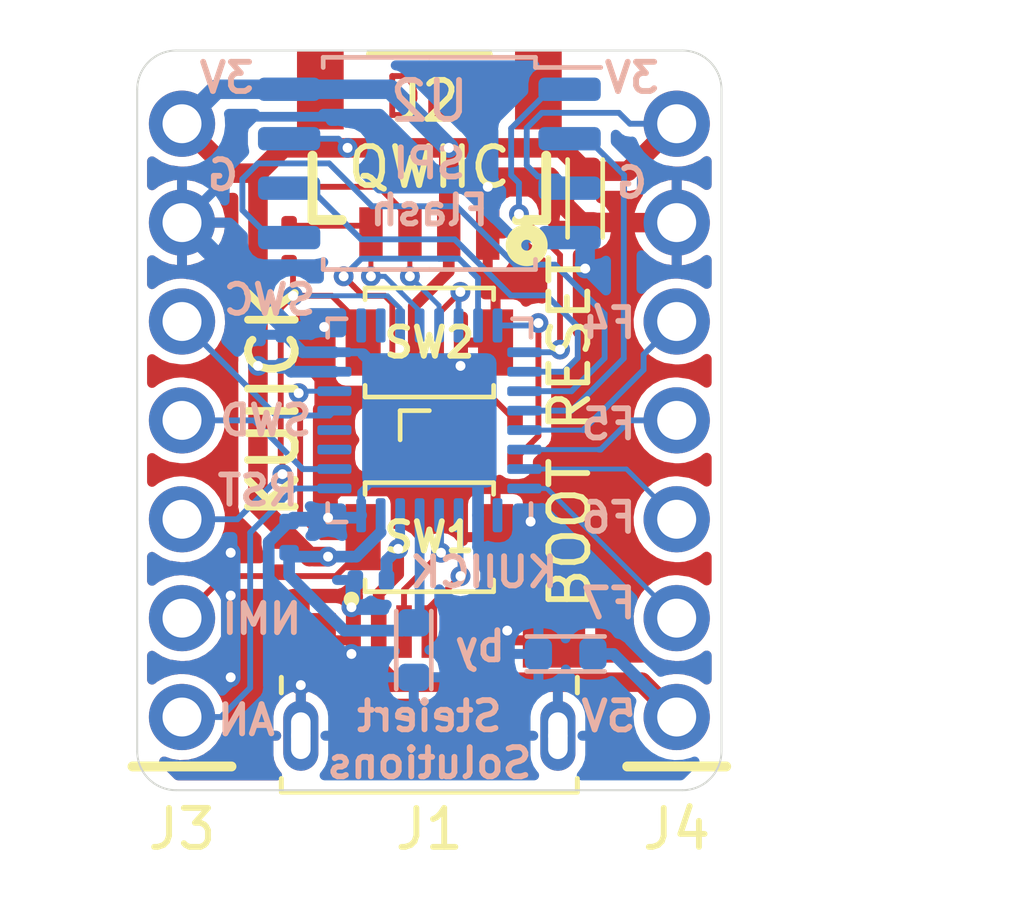
<source format=kicad_pcb>
(kicad_pcb (version 20190905) (host pcbnew "5.99.0-unknown-c3175b4~86~ubuntu16.04.1")

  (general
    (thickness 1.6)
    (drawings 31)
    (tracks 338)
    (modules 22)
    (nets 33)
  )

  (page "A4")
  (layers
    (0 "F.Cu" signal)
    (31 "B.Cu" signal)
    (32 "B.Adhes" user)
    (33 "F.Adhes" user)
    (34 "B.Paste" user)
    (35 "F.Paste" user)
    (36 "B.SilkS" user)
    (37 "F.SilkS" user)
    (38 "B.Mask" user)
    (39 "F.Mask" user)
    (40 "Dwgs.User" user)
    (41 "Cmts.User" user)
    (42 "Eco1.User" user)
    (43 "Eco2.User" user)
    (44 "Edge.Cuts" user)
    (45 "Margin" user)
    (46 "B.CrtYd" user)
    (47 "F.CrtYd" user)
    (48 "B.Fab" user)
    (49 "F.Fab" user)
  )

  (setup
    (stackup
      (layer "F.SilkS" (type "Top Silk Screen"))
      (layer "F.Paste" (type "Top Solder Paste"))
      (layer "F.Mask" (type "Top Solder Mask") (thickness 0.01) (color "Green"))
      (layer "F.Cu" (type "copper") (thickness 0.035))
      (layer "dielectric 1" (type "core") (thickness 1.51) (material "FR4") (epsilon_r 4.5) (loss_tangent 0.02))
      (layer "B.Cu" (type "copper") (thickness 0.035))
      (layer "B.Mask" (type "Bottom Solder Mask") (thickness 0.01) (color "Green"))
      (layer "B.Paste" (type "Bottom Solder Paste"))
      (layer "B.SilkS" (type "Bottom Silk Screen"))
      (copper_finish "None")
      (dielectric_constraints no)
    )
    (last_trace_width 0.15)
    (user_trace_width 0.127)
    (user_trace_width 0.15)
    (user_trace_width 0.2)
    (user_trace_width 0.25)
    (user_trace_width 0.3)
    (user_trace_width 0.5)
    (trace_clearance 0.125)
    (zone_clearance 0.254)
    (zone_45_only no)
    (trace_min 0.125)
    (via_size 0.5)
    (via_drill 0.25)
    (via_min_size 0.5)
    (via_min_drill 0.25)
    (user_via 0.508 0.254)
    (uvia_size 0.3)
    (uvia_drill 0.1)
    (uvias_allowed no)
    (uvia_min_size 0.2)
    (uvia_min_drill 0.1)
    (max_error 0.005)
    (defaults
      (edge_clearance 0.01)
      (edge_cuts_line_width 0.05)
      (courtyard_line_width 0.05)
      (copper_line_width 0.2)
      (copper_text_dims (size 1.5 1.5) (thickness 0.3) keep_upright)
      (silk_line_width 0.12)
      (silk_text_dims (size 1 1) (thickness 0.15) keep_upright)
      (other_layers_line_width 0.1)
      (other_layers_text_dims (size 1 1) (thickness 0.15) keep_upright)
    )
    (pad_size 0.25 0.2)
    (pad_drill 0)
    (pad_to_mask_clearance 0.051)
    (solder_mask_min_width 0.25)
    (aux_axis_origin 0 0)
    (visible_elements FFFFEF7F)
    (pcbplotparams
      (layerselection 0x010fc_ffffffff)
      (usegerberextensions false)
      (usegerberattributes false)
      (usegerberadvancedattributes false)
      (creategerberjobfile false)
      (excludeedgelayer true)
      (linewidth 0.100000)
      (plotframeref false)
      (viasonmask false)
      (mode 1)
      (useauxorigin false)
      (hpglpennumber 1)
      (hpglpenspeed 20)
      (hpglpendiameter 15.000000)
      (psnegative false)
      (psa4output false)
      (plotreference true)
      (plotvalue true)
      (plotinvisibletext false)
      (padsonsilk false)
      (subtractmaskfromsilk false)
      (outputformat 1)
      (mirror false)
      (drillshape 0)
      (scaleselection 1)
      (outputdirectory "out")
    )
  )

  (net 0 "")
  (net 1 "GND")
  (net 2 "Net-(U1-Pad18)")
  (net 3 "Net-(U1-Pad17)")
  (net 4 "Net-(D1-Pad4)")
  (net 5 "Net-(D1-Pad3)")
  (net 6 "Net-(D1-Pad2)")
  (net 7 "Net-(U1-Pad12)")
  (net 8 "Net-(U1-Pad11)")
  (net 9 "/3V3")
  (net 10 "Net-(J1-Pad4)")
  (net 11 "Net-(U1-Pad1)")
  (net 12 "/+5V")
  (net 13 "/D+")
  (net 14 "/D-")
  (net 15 "/RST#")
  (net 16 "/NMI#")
  (net 17 "/AN")
  (net 18 "/SCL")
  (net 19 "/SDA")
  (net 20 "/FX4")
  (net 21 "/FX5")
  (net 22 "/FX6")
  (net 23 "/FX7")
  (net 24 "/R")
  (net 25 "/G")
  (net 26 "/B")
  (net 27 "/MISO")
  (net 28 "/MOSI")
  (net 29 "/SCK")
  (net 30 "/CS#")
  (net 31 "/SWD")
  (net 32 "/SWC")

  (net_class "Default" "This is the default net class."
    (clearance 0.125)
    (trace_width 0.127)
    (via_dia 0.5)
    (via_drill 0.25)
    (uvia_dia 0.3)
    (uvia_drill 0.1)
    (add_net "/+5V")
    (add_net "/3V3")
    (add_net "/AN")
    (add_net "/B")
    (add_net "/CS#")
    (add_net "/D+")
    (add_net "/D-")
    (add_net "/FX4")
    (add_net "/FX5")
    (add_net "/FX6")
    (add_net "/FX7")
    (add_net "/G")
    (add_net "/MISO")
    (add_net "/MOSI")
    (add_net "/NMI#")
    (add_net "/R")
    (add_net "/RST#")
    (add_net "/SCK")
    (add_net "/SCL")
    (add_net "/SDA")
    (add_net "/SWC")
    (add_net "/SWD")
    (add_net "GND")
    (add_net "Net-(D1-Pad2)")
    (add_net "Net-(D1-Pad3)")
    (add_net "Net-(D1-Pad4)")
    (add_net "Net-(J1-Pad4)")
    (add_net "Net-(U1-Pad1)")
    (add_net "Net-(U1-Pad11)")
    (add_net "Net-(U1-Pad12)")
    (add_net "Net-(U1-Pad17)")
    (add_net "Net-(U1-Pad18)")
  )

  (module "footprint:SW_SPST_B3U-1000P_tight" (layer "F.Cu") (tedit 5E6E79E8) (tstamp 5E63940B)
    (at 150 98 180)
    (descr "Ultra-small-sized Tactile Switch with High Contact Reliability, Top-actuated Model, without Ground Terminal, without Boss")
    (tags "Tactile Switch")
    (path "/5E683CED")
    (attr smd)
    (fp_text reference "SW2" (at 0 0 180) (layer "F.SilkS")
      (effects (font (size 0.75 0.75) (thickness 0.15)))
    )
    (fp_text value "SW_SPST" (at 0 2.5 180) (layer "F.Fab")
      (effects (font (size 1 1) (thickness 0.15)))
    )
    (fp_text user "%R" (at 0 -2.5 180) (layer "F.Fab")
      (effects (font (size 1 1) (thickness 0.15)))
    )
    (fp_line (start -2.25 1.5) (end 2.25 1.5) (layer "F.CrtYd") (width 0.05))
    (fp_line (start 2.25 1.5) (end 2.25 -1.5) (layer "F.CrtYd") (width 0.05))
    (fp_line (start 2.25 -1.5) (end -2.25 -1.5) (layer "F.CrtYd") (width 0.05))
    (fp_line (start -2.25 -1.5) (end -2.25 1.5) (layer "F.CrtYd") (width 0.05))
    (fp_line (start -1.65 1.1) (end -1.65 1.4) (layer "F.SilkS") (width 0.12))
    (fp_line (start -1.65 1.4) (end 1.65 1.4) (layer "F.SilkS") (width 0.12))
    (fp_line (start 1.65 1.4) (end 1.65 1.1) (layer "F.SilkS") (width 0.12))
    (fp_line (start -1.65 -1.1) (end -1.65 -1.4) (layer "F.SilkS") (width 0.12))
    (fp_line (start -1.65 -1.4) (end 1.65 -1.4) (layer "F.SilkS") (width 0.12))
    (fp_line (start 1.65 -1.4) (end 1.65 -1.1) (layer "F.SilkS") (width 0.12))
    (fp_line (start -1.5 -1.25) (end 1.5 -1.25) (layer "F.Fab") (width 0.1))
    (fp_line (start 1.5 -1.25) (end 1.5 1.25) (layer "F.Fab") (width 0.1))
    (fp_line (start 1.5 1.25) (end -1.5 1.25) (layer "F.Fab") (width 0.1))
    (fp_line (start -1.5 1.25) (end -1.5 -1.25) (layer "F.Fab") (width 0.1))
    (fp_circle (center 0 0) (end 0.75 0) (layer "F.Fab") (width 0.1))
    (pad "1" smd rect (at -1.7 0 180) (size 0.9 1.7) (layers "F.Cu" "F.Paste" "F.Mask")
      (net 1 "GND"))
    (pad "2" smd rect (at 1.7 0 180) (size 0.9 1.7) (layers "F.Cu" "F.Paste" "F.Mask")
      (net 15 "/RST#"))
    (model "${KISYS3DMOD}/Button_Switch_SMD.3dshapes/SW_SPST_B3U-1000P.wrl"
      (at (xyz 0 0 0))
      (scale (xyz 1 1 1))
      (rotate (xyz 0 0 0))
    )
  )

  (module "footprint:SW_SPST_B3U-1000P_tight" (layer "F.Cu") (tedit 5E6E79E8) (tstamp 5E6EA4C2)
    (at 150 103 180)
    (descr "Ultra-small-sized Tactile Switch with High Contact Reliability, Top-actuated Model, without Ground Terminal, without Boss")
    (tags "Tactile Switch")
    (path "/5E68154E")
    (attr smd)
    (fp_text reference "SW1" (at 0 0 180) (layer "F.SilkS")
      (effects (font (size 0.75 0.75) (thickness 0.15)))
    )
    (fp_text value "SW_SPST" (at 0 2.5 180) (layer "F.Fab")
      (effects (font (size 1 1) (thickness 0.15)))
    )
    (fp_text user "%R" (at 0 -2.5 180) (layer "F.Fab")
      (effects (font (size 1 1) (thickness 0.15)))
    )
    (fp_line (start -2.25 1.5) (end 2.25 1.5) (layer "F.CrtYd") (width 0.05))
    (fp_line (start 2.25 1.5) (end 2.25 -1.5) (layer "F.CrtYd") (width 0.05))
    (fp_line (start 2.25 -1.5) (end -2.25 -1.5) (layer "F.CrtYd") (width 0.05))
    (fp_line (start -2.25 -1.5) (end -2.25 1.5) (layer "F.CrtYd") (width 0.05))
    (fp_line (start -1.65 1.1) (end -1.65 1.4) (layer "F.SilkS") (width 0.12))
    (fp_line (start -1.65 1.4) (end 1.65 1.4) (layer "F.SilkS") (width 0.12))
    (fp_line (start 1.65 1.4) (end 1.65 1.1) (layer "F.SilkS") (width 0.12))
    (fp_line (start -1.65 -1.1) (end -1.65 -1.4) (layer "F.SilkS") (width 0.12))
    (fp_line (start -1.65 -1.4) (end 1.65 -1.4) (layer "F.SilkS") (width 0.12))
    (fp_line (start 1.65 -1.4) (end 1.65 -1.1) (layer "F.SilkS") (width 0.12))
    (fp_line (start -1.5 -1.25) (end 1.5 -1.25) (layer "F.Fab") (width 0.1))
    (fp_line (start 1.5 -1.25) (end 1.5 1.25) (layer "F.Fab") (width 0.1))
    (fp_line (start 1.5 1.25) (end -1.5 1.25) (layer "F.Fab") (width 0.1))
    (fp_line (start -1.5 1.25) (end -1.5 -1.25) (layer "F.Fab") (width 0.1))
    (fp_circle (center 0 0) (end 0.75 0) (layer "F.Fab") (width 0.1))
    (pad "1" smd rect (at -1.7 0 180) (size 0.9 1.7) (layers "F.Cu" "F.Paste" "F.Mask")
      (net 1 "GND"))
    (pad "2" smd rect (at 1.7 0 180) (size 0.9 1.7) (layers "F.Cu" "F.Paste" "F.Mask")
      (net 16 "/NMI#"))
    (model "${KISYS3DMOD}/Button_Switch_SMD.3dshapes/SW_SPST_B3U-1000P.wrl"
      (at (xyz 0 0 0))
      (scale (xyz 1 1 1))
      (rotate (xyz 0 0 0))
    )
  )

  (module "footprint:PinHeader_1x07_P100mil_Vertical" (layer "F.Cu") (tedit 5E6E77EB) (tstamp 5E6C6D2B)
    (at 156.35 107.62 180)
    (descr "Through hole straight pin header, 1x07, 2.54mm pitch, single row")
    (tags "Through hole pin header THT 1x07 2.54mm single row")
    (path "/5E6F22EF")
    (fp_text reference "J4" (at 0 -2.88 180) (layer "F.SilkS")
      (effects (font (size 1 1) (thickness 0.15)))
    )
    (fp_text value "Conn_01x07" (at 0 17.57 180) (layer "F.Fab")
      (effects (font (size 1 1) (thickness 0.15)))
    )
    (fp_text user "%R" (at 0 7.62 270) (layer "F.Fab")
      (effects (font (size 1 1) (thickness 0.15)))
    )
    (fp_line (start 1.524 -1.524) (end -1.524 -1.524) (layer "F.CrtYd") (width 0.05))
    (fp_line (start 1.524 16.764) (end 1.524 -1.524) (layer "F.CrtYd") (width 0.05))
    (fp_line (start -1.524 16.764) (end 1.524 16.764) (layer "F.CrtYd") (width 0.05))
    (fp_line (start -1.524 -1.524) (end -1.524 16.764) (layer "F.CrtYd") (width 0.05))
    (fp_line (start -1.27 -1.27) (end 1.27 -1.27) (layer "F.SilkS") (width 0.254))
    (fp_line (start -1.27 -0.635) (end -0.635 -1.27) (layer "F.Fab") (width 0.1))
    (fp_line (start -1.27 16.51) (end -1.27 -1.27) (layer "F.Fab") (width 0.1))
    (fp_line (start 1.27 16.51) (end -1.27 16.51) (layer "F.Fab") (width 0.1))
    (fp_line (start 1.27 -1.27) (end 1.27 16.51) (layer "F.Fab") (width 0.1))
    (fp_line (start -1.27 -1.27) (end 1.27 -1.27) (layer "F.Fab") (width 0.1))
    (pad "1" thru_hole circle (at 0 0 180) (size 1.7 1.7) (drill 1) (layers *.Cu *.Mask)
      (net 12 "/+5V"))
    (pad "2" thru_hole oval (at 0 2.54 180) (size 1.7 1.7) (drill 1) (layers *.Cu *.Mask)
      (net 23 "/FX7"))
    (pad "3" thru_hole oval (at 0 5.08 180) (size 1.7 1.7) (drill 1) (layers *.Cu *.Mask)
      (net 22 "/FX6"))
    (pad "4" thru_hole oval (at 0 7.62 180) (size 1.7 1.7) (drill 1) (layers *.Cu *.Mask)
      (net 21 "/FX5"))
    (pad "5" thru_hole oval (at 0 10.16 180) (size 1.7 1.7) (drill 1) (layers *.Cu *.Mask)
      (net 20 "/FX4"))
    (pad "6" thru_hole oval (at 0 12.7 180) (size 1.7 1.7) (drill 1) (layers *.Cu *.Mask)
      (net 1 "GND"))
    (pad "7" thru_hole oval (at 0 15.24 180) (size 1.7 1.7) (drill 1) (layers *.Cu *.Mask)
      (net 9 "/3V3"))
    (model "${KISYS3DMOD}/Connector_PinHeader_2.54mm.3dshapes/PinHeader_1x07_P2.54mm_Vertical.wrl"
      (at (xyz 0 0 0))
      (scale (xyz 1 1 1))
      (rotate (xyz 0 0 0))
    )
  )

  (module "footprint:PinHeader_1x07_P100mil_Vertical" (layer "F.Cu") (tedit 5E6E77EB) (tstamp 5E6C6CF2)
    (at 143.65 107.62 180)
    (descr "Through hole straight pin header, 1x07, 2.54mm pitch, single row")
    (tags "Through hole pin header THT 1x07 2.54mm single row")
    (path "/5E6EFD37")
    (fp_text reference "J3" (at 0 -2.88 180) (layer "F.SilkS")
      (effects (font (size 1 1) (thickness 0.15)))
    )
    (fp_text value "Conn_01x07" (at 0 17.57 180) (layer "F.Fab")
      (effects (font (size 1 1) (thickness 0.15)))
    )
    (fp_text user "%R" (at 0 7.62 270) (layer "F.Fab")
      (effects (font (size 1 1) (thickness 0.15)))
    )
    (fp_line (start 1.524 -1.524) (end -1.524 -1.524) (layer "F.CrtYd") (width 0.05))
    (fp_line (start 1.524 16.764) (end 1.524 -1.524) (layer "F.CrtYd") (width 0.05))
    (fp_line (start -1.524 16.764) (end 1.524 16.764) (layer "F.CrtYd") (width 0.05))
    (fp_line (start -1.524 -1.524) (end -1.524 16.764) (layer "F.CrtYd") (width 0.05))
    (fp_line (start -1.27 -1.27) (end 1.27 -1.27) (layer "F.SilkS") (width 0.254))
    (fp_line (start -1.27 -0.635) (end -0.635 -1.27) (layer "F.Fab") (width 0.1))
    (fp_line (start -1.27 16.51) (end -1.27 -1.27) (layer "F.Fab") (width 0.1))
    (fp_line (start 1.27 16.51) (end -1.27 16.51) (layer "F.Fab") (width 0.1))
    (fp_line (start 1.27 -1.27) (end 1.27 16.51) (layer "F.Fab") (width 0.1))
    (fp_line (start -1.27 -1.27) (end 1.27 -1.27) (layer "F.Fab") (width 0.1))
    (pad "1" thru_hole circle (at 0 0 180) (size 1.7 1.7) (drill 1) (layers *.Cu *.Mask)
      (net 17 "/AN"))
    (pad "2" thru_hole oval (at 0 2.54 180) (size 1.7 1.7) (drill 1) (layers *.Cu *.Mask)
      (net 16 "/NMI#"))
    (pad "3" thru_hole oval (at 0 5.08 180) (size 1.7 1.7) (drill 1) (layers *.Cu *.Mask)
      (net 15 "/RST#"))
    (pad "4" thru_hole oval (at 0 7.62 180) (size 1.7 1.7) (drill 1) (layers *.Cu *.Mask)
      (net 32 "/SWC"))
    (pad "5" thru_hole oval (at 0 10.16 180) (size 1.7 1.7) (drill 1) (layers *.Cu *.Mask)
      (net 31 "/SWD"))
    (pad "6" thru_hole oval (at 0 12.7 180) (size 1.7 1.7) (drill 1) (layers *.Cu *.Mask)
      (net 1 "GND"))
    (pad "7" thru_hole oval (at 0 15.24 180) (size 1.7 1.7) (drill 1) (layers *.Cu *.Mask)
      (net 9 "/3V3"))
    (model "${KISYS3DMOD}/Connector_PinHeader_2.54mm.3dshapes/PinHeader_1x07_P2.54mm_Vertical.wrl"
      (at (xyz 0 0 0))
      (scale (xyz 1 1 1))
      (rotate (xyz 0 0 0))
    )
  )

  (module "footprint:C0402" (layer "F.Cu") (tedit 5D4F7DD9) (tstamp 5E6D1FDB)
    (at 146 96 180)
    (descr "Capacitor SMD 0402 (1005 Metric), square (rectangular) end terminal, IPC_7351 nominal, (Body size source: http://www.tortai-tech.com/upload/download/2011102023233369053.pdf), generated with kicad-footprint-generator")
    (tags "capacitor")
    (path "/5E7483F2")
    (attr smd)
    (fp_text reference "R7" (at 0 -1.17) (layer "F.SilkS") hide
      (effects (font (size 1 1) (thickness 0.15)))
    )
    (fp_text value "10K" (at 0 1.17) (layer "F.Fab")
      (effects (font (size 1 1) (thickness 0.15)))
    )
    (fp_text user "%R" (at 0 0) (layer "F.Fab")
      (effects (font (size 0.25 0.25) (thickness 0.04)))
    )
    (fp_line (start 0.8 0.4) (end -0.8 0.4) (layer "F.CrtYd") (width 0.05))
    (fp_line (start 0.8 -0.4) (end 0.8 0.4) (layer "F.CrtYd") (width 0.05))
    (fp_line (start -0.8 -0.4) (end 0.8 -0.4) (layer "F.CrtYd") (width 0.05))
    (fp_line (start -0.8 0.4) (end -0.8 -0.4) (layer "F.CrtYd") (width 0.05))
    (fp_line (start 0.55 0.3) (end -0.55 0.3) (layer "F.Fab") (width 0.1))
    (fp_line (start 0.5 -0.25) (end 0.5 0.25) (layer "F.Fab") (width 0.1))
    (fp_line (start -0.55 -0.3) (end 0.55 -0.3) (layer "F.Fab") (width 0.1))
    (fp_line (start -0.5 0.25) (end -0.5 -0.25) (layer "F.Fab") (width 0.1))
    (pad "1" smd roundrect (at -0.4 0 180) (size 0.4 0.5) (layers "F.Cu" "F.Paste" "F.Mask") (roundrect_rratio 0.25)
      (net 15 "/RST#"))
    (pad "2" smd roundrect (at 0.4 0 180) (size 0.4 0.5) (layers "F.Cu" "F.Paste" "F.Mask") (roundrect_rratio 0.25)
      (net 9 "/3V3"))
    (model "${KISYS3DMOD}/Capacitor_SMD.3dshapes/C_0402_1005Metric.wrl"
      (at (xyz 0 0 0))
      (scale (xyz 1 1 1))
      (rotate (xyz 0 0 0))
    )
  )

  (module "footprint:C0402" (layer "F.Cu") (tedit 5D4F7DD9) (tstamp 5E6E738B)
    (at 146.2 103.5 90)
    (descr "Capacitor SMD 0402 (1005 Metric), square (rectangular) end terminal, IPC_7351 nominal, (Body size source: http://www.tortai-tech.com/upload/download/2011102023233369053.pdf), generated with kicad-footprint-generator")
    (tags "capacitor")
    (path "/5E73FCC7")
    (attr smd)
    (fp_text reference "R6" (at 0 -1.17 90) (layer "F.SilkS") hide
      (effects (font (size 1 1) (thickness 0.15)))
    )
    (fp_text value "10K" (at 0 1.17 90) (layer "F.Fab")
      (effects (font (size 1 1) (thickness 0.15)))
    )
    (fp_text user "%R" (at 0 0 90) (layer "F.Fab")
      (effects (font (size 0.25 0.25) (thickness 0.04)))
    )
    (fp_line (start 0.8 0.4) (end -0.8 0.4) (layer "F.CrtYd") (width 0.05))
    (fp_line (start 0.8 -0.4) (end 0.8 0.4) (layer "F.CrtYd") (width 0.05))
    (fp_line (start -0.8 -0.4) (end 0.8 -0.4) (layer "F.CrtYd") (width 0.05))
    (fp_line (start -0.8 0.4) (end -0.8 -0.4) (layer "F.CrtYd") (width 0.05))
    (fp_line (start 0.55 0.3) (end -0.55 0.3) (layer "F.Fab") (width 0.1))
    (fp_line (start 0.5 -0.25) (end 0.5 0.25) (layer "F.Fab") (width 0.1))
    (fp_line (start -0.55 -0.3) (end 0.55 -0.3) (layer "F.Fab") (width 0.1))
    (fp_line (start -0.5 0.25) (end -0.5 -0.25) (layer "F.Fab") (width 0.1))
    (pad "1" smd roundrect (at -0.4 0 90) (size 0.4 0.5) (layers "F.Cu" "F.Paste" "F.Mask") (roundrect_rratio 0.25)
      (net 16 "/NMI#"))
    (pad "2" smd roundrect (at 0.4 0 90) (size 0.4 0.5) (layers "F.Cu" "F.Paste" "F.Mask") (roundrect_rratio 0.25)
      (net 9 "/3V3"))
    (model "${KISYS3DMOD}/Capacitor_SMD.3dshapes/C_0402_1005Metric.wrl"
      (at (xyz 0 0 0))
      (scale (xyz 1 1 1))
      (rotate (xyz 0 0 0))
    )
  )

  (module "footprint:C0402" (layer "F.Cu") (tedit 5D4F7DD9) (tstamp 5E6D084C)
    (at 146 94 180)
    (descr "Capacitor SMD 0402 (1005 Metric), square (rectangular) end terminal, IPC_7351 nominal, (Body size source: http://www.tortai-tech.com/upload/download/2011102023233369053.pdf), generated with kicad-footprint-generator")
    (tags "capacitor")
    (path "/5E725DE1")
    (attr smd)
    (fp_text reference "R5" (at 0 -1.17) (layer "F.SilkS") hide
      (effects (font (size 1 1) (thickness 0.15)))
    )
    (fp_text value "10K" (at 0 1.17) (layer "F.Fab")
      (effects (font (size 1 1) (thickness 0.15)))
    )
    (fp_text user "%R" (at 0 0) (layer "F.Fab")
      (effects (font (size 0.25 0.25) (thickness 0.04)))
    )
    (fp_line (start 0.8 0.4) (end -0.8 0.4) (layer "F.CrtYd") (width 0.05))
    (fp_line (start 0.8 -0.4) (end 0.8 0.4) (layer "F.CrtYd") (width 0.05))
    (fp_line (start -0.8 -0.4) (end 0.8 -0.4) (layer "F.CrtYd") (width 0.05))
    (fp_line (start -0.8 0.4) (end -0.8 -0.4) (layer "F.CrtYd") (width 0.05))
    (fp_line (start 0.55 0.3) (end -0.55 0.3) (layer "F.Fab") (width 0.1))
    (fp_line (start 0.5 -0.25) (end 0.5 0.25) (layer "F.Fab") (width 0.1))
    (fp_line (start -0.55 -0.3) (end 0.55 -0.3) (layer "F.Fab") (width 0.1))
    (fp_line (start -0.5 0.25) (end -0.5 -0.25) (layer "F.Fab") (width 0.1))
    (pad "1" smd roundrect (at -0.4 0 180) (size 0.4 0.5) (layers "F.Cu" "F.Paste" "F.Mask") (roundrect_rratio 0.25)
      (net 19 "/SDA"))
    (pad "2" smd roundrect (at 0.4 0 180) (size 0.4 0.5) (layers "F.Cu" "F.Paste" "F.Mask") (roundrect_rratio 0.25)
      (net 9 "/3V3"))
    (model "${KISYS3DMOD}/Capacitor_SMD.3dshapes/C_0402_1005Metric.wrl"
      (at (xyz 0 0 0))
      (scale (xyz 1 1 1))
      (rotate (xyz 0 0 0))
    )
  )

  (module "footprint:C0402" (layer "F.Cu") (tedit 5D4F7DD9) (tstamp 5E6D083D)
    (at 146 95 180)
    (descr "Capacitor SMD 0402 (1005 Metric), square (rectangular) end terminal, IPC_7351 nominal, (Body size source: http://www.tortai-tech.com/upload/download/2011102023233369053.pdf), generated with kicad-footprint-generator")
    (tags "capacitor")
    (path "/5E726730")
    (attr smd)
    (fp_text reference "R4" (at 0 -1.17) (layer "F.SilkS") hide
      (effects (font (size 1 1) (thickness 0.15)))
    )
    (fp_text value "10K" (at 0 1.17) (layer "F.Fab")
      (effects (font (size 1 1) (thickness 0.15)))
    )
    (fp_text user "%R" (at 0 0) (layer "F.Fab")
      (effects (font (size 0.25 0.25) (thickness 0.04)))
    )
    (fp_line (start 0.8 0.4) (end -0.8 0.4) (layer "F.CrtYd") (width 0.05))
    (fp_line (start 0.8 -0.4) (end 0.8 0.4) (layer "F.CrtYd") (width 0.05))
    (fp_line (start -0.8 -0.4) (end 0.8 -0.4) (layer "F.CrtYd") (width 0.05))
    (fp_line (start -0.8 0.4) (end -0.8 -0.4) (layer "F.CrtYd") (width 0.05))
    (fp_line (start 0.55 0.3) (end -0.55 0.3) (layer "F.Fab") (width 0.1))
    (fp_line (start 0.5 -0.25) (end 0.5 0.25) (layer "F.Fab") (width 0.1))
    (fp_line (start -0.55 -0.3) (end 0.55 -0.3) (layer "F.Fab") (width 0.1))
    (fp_line (start -0.5 0.25) (end -0.5 -0.25) (layer "F.Fab") (width 0.1))
    (pad "1" smd roundrect (at -0.4 0 180) (size 0.4 0.5) (layers "F.Cu" "F.Paste" "F.Mask") (roundrect_rratio 0.25)
      (net 18 "/SCL"))
    (pad "2" smd roundrect (at 0.4 0 180) (size 0.4 0.5) (layers "F.Cu" "F.Paste" "F.Mask") (roundrect_rratio 0.25)
      (net 9 "/3V3"))
    (model "${KISYS3DMOD}/Capacitor_SMD.3dshapes/C_0402_1005Metric.wrl"
      (at (xyz 0 0 0))
      (scale (xyz 1 1 1))
      (rotate (xyz 0 0 0))
    )
  )

  (module "Package_SO:SOIC-8_5.23x5.23mm_P1.27mm" (layer "B.Cu") (tedit 5D9F72B1) (tstamp 5E6CFEF5)
    (at 150 93.4 180)
    (descr "SOIC, 8 Pin (http://www.winbond.com/resource-files/w25q32jv%20revg%2003272018%20plus.pdf#page=68), generated with kicad-footprint-generator ipc_gullwing_generator.py")
    (tags "SOIC SO")
    (path "/5E71A527")
    (attr smd)
    (fp_text reference "U2" (at 0 1.6) (layer "B.SilkS")
      (effects (font (size 1 1) (thickness 0.15)) (justify mirror))
    )
    (fp_text value "W25Q32JVSS" (at 0 -3.56) (layer "B.Fab")
      (effects (font (size 1 1) (thickness 0.15)) (justify mirror))
    )
    (fp_text user "%R" (at 0 0) (layer "B.Fab")
      (effects (font (size 1 1) (thickness 0.15)) (justify mirror))
    )
    (fp_line (start 4.65 2.86) (end -4.65 2.86) (layer "B.CrtYd") (width 0.05))
    (fp_line (start 4.65 -2.86) (end 4.65 2.86) (layer "B.CrtYd") (width 0.05))
    (fp_line (start -4.65 -2.86) (end 4.65 -2.86) (layer "B.CrtYd") (width 0.05))
    (fp_line (start -4.65 2.86) (end -4.65 -2.86) (layer "B.CrtYd") (width 0.05))
    (fp_line (start -2.615 1.615) (end -1.615 2.615) (layer "B.Fab") (width 0.1))
    (fp_line (start -2.615 -2.615) (end -2.615 1.615) (layer "B.Fab") (width 0.1))
    (fp_line (start 2.615 -2.615) (end -2.615 -2.615) (layer "B.Fab") (width 0.1))
    (fp_line (start 2.615 2.615) (end 2.615 -2.615) (layer "B.Fab") (width 0.1))
    (fp_line (start -1.615 2.615) (end 2.615 2.615) (layer "B.Fab") (width 0.1))
    (fp_line (start -2.725 2.465) (end -4.4 2.465) (layer "B.SilkS") (width 0.12))
    (fp_line (start -2.725 2.725) (end -2.725 2.465) (layer "B.SilkS") (width 0.12))
    (fp_line (start 0 2.725) (end -2.725 2.725) (layer "B.SilkS") (width 0.12))
    (fp_line (start 2.725 2.725) (end 2.725 2.465) (layer "B.SilkS") (width 0.12))
    (fp_line (start 0 2.725) (end 2.725 2.725) (layer "B.SilkS") (width 0.12))
    (fp_line (start -2.725 -2.725) (end -2.725 -2.465) (layer "B.SilkS") (width 0.12))
    (fp_line (start 0 -2.725) (end -2.725 -2.725) (layer "B.SilkS") (width 0.12))
    (fp_line (start 2.725 -2.725) (end 2.725 -2.465) (layer "B.SilkS") (width 0.12))
    (fp_line (start 0 -2.725) (end 2.725 -2.725) (layer "B.SilkS") (width 0.12))
    (pad "8" smd roundrect (at 3.6 1.905 180) (size 1.6 0.6) (layers "B.Cu" "B.Paste" "B.Mask") (roundrect_rratio 0.25)
      (net 9 "/3V3"))
    (pad "7" smd roundrect (at 3.6 0.635 180) (size 1.6 0.6) (layers "B.Cu" "B.Paste" "B.Mask") (roundrect_rratio 0.25)
      (net 9 "/3V3"))
    (pad "6" smd roundrect (at 3.6 -0.635 180) (size 1.6 0.6) (layers "B.Cu" "B.Paste" "B.Mask") (roundrect_rratio 0.25)
      (net 29 "/SCK"))
    (pad "5" smd roundrect (at 3.6 -1.905 180) (size 1.6 0.6) (layers "B.Cu" "B.Paste" "B.Mask") (roundrect_rratio 0.25)
      (net 28 "/MOSI"))
    (pad "4" smd roundrect (at -3.6 -1.905 180) (size 1.6 0.6) (layers "B.Cu" "B.Paste" "B.Mask") (roundrect_rratio 0.25)
      (net 1 "GND"))
    (pad "3" smd roundrect (at -3.6 -0.635 180) (size 1.6 0.6) (layers "B.Cu" "B.Paste" "B.Mask") (roundrect_rratio 0.25)
      (net 9 "/3V3"))
    (pad "2" smd roundrect (at -3.6 0.635 180) (size 1.6 0.6) (layers "B.Cu" "B.Paste" "B.Mask") (roundrect_rratio 0.25)
      (net 27 "/MISO"))
    (pad "1" smd roundrect (at -3.6 1.905 180) (size 1.6 0.6) (layers "B.Cu" "B.Paste" "B.Mask") (roundrect_rratio 0.25)
      (net 30 "/CS#"))
    (model "${KISYS3DMOD}/Package_SO.3dshapes/SOIC-8_5.23x5.23mm_P1.27mm.wrl"
      (at (xyz 0 0 0))
      (scale (xyz 1 1 1))
      (rotate (xyz 0 0 0))
    )
  )

  (module "footprint:C0603" (layer "B.Cu") (tedit 5D4F8312) (tstamp 5E6CFBE8)
    (at 149.6 105.9 -90)
    (descr "Capacitor SMD 0603 (1608 Metric), square (rectangular) end terminal, IPC_7351 nominal, (Body size source: http://www.tortai-tech.com/upload/download/2011102023233369053.pdf), generated with kicad-footprint-generator")
    (tags "capacitor")
    (path "/5E70798F")
    (attr smd)
    (fp_text reference "C1" (at 0 1.43 90) (layer "B.SilkS") hide
      (effects (font (size 1 1) (thickness 0.15)) (justify mirror))
    )
    (fp_text value "2.2UF" (at 0 -1.43 90) (layer "B.Fab")
      (effects (font (size 1 1) (thickness 0.15)) (justify mirror))
    )
    (fp_line (start -0.8 -0.4) (end -0.8 0.4) (layer "B.Fab") (width 0.1))
    (fp_line (start -0.8 0.4) (end 0.8 0.4) (layer "B.Fab") (width 0.1))
    (fp_line (start 0.8 0.4) (end 0.8 -0.4) (layer "B.Fab") (width 0.1))
    (fp_line (start 0.8 -0.4) (end -0.8 -0.4) (layer "B.Fab") (width 0.1))
    (fp_line (start -1 0.45) (end 1 0.45) (layer "B.SilkS") (width 0.12))
    (fp_line (start -1 -0.45) (end 1 -0.45) (layer "B.SilkS") (width 0.12))
    (fp_line (start -1.2 -0.6) (end -1.2 0.6) (layer "B.CrtYd") (width 0.05))
    (fp_line (start -1.2 0.6) (end 1.2 0.6) (layer "B.CrtYd") (width 0.05))
    (fp_line (start 1.2 0.6) (end 1.2 -0.6) (layer "B.CrtYd") (width 0.05))
    (fp_line (start 1.2 -0.6) (end -1.2 -0.6) (layer "B.CrtYd") (width 0.05))
    (fp_text user "%R" (at 0 0 90) (layer "B.Fab")
      (effects (font (size 0.4 0.4) (thickness 0.06)) (justify mirror))
    )
    (pad "2" smd roundrect (at 0.7 0 270) (size 0.7 0.8) (layers "B.Cu" "B.Paste" "B.Mask") (roundrect_rratio 0.25)
      (net 1 "GND"))
    (pad "1" smd roundrect (at -0.7 0 270) (size 0.7 0.8) (layers "B.Cu" "B.Paste" "B.Mask") (roundrect_rratio 0.25)
      (net 9 "/3V3"))
    (model "${KISYS3DMOD}/Capacitor_SMD.3dshapes/C_0603_1608Metric.wrl"
      (at (xyz 0 0 0))
      (scale (xyz 1 1 1))
      (rotate (xyz 0 0 0))
    )
  )

  (module "footprint:FCI_10118193-0001LF" (layer "F.Cu") (tedit 5E6C3CC0) (tstamp 5E6C4B45)
    (at 150 108.1)
    (path "/5E6E2438")
    (fp_text reference "J1" (at 0 2.4) (layer "F.SilkS")
      (effects (font (size 1 1) (thickness 0.15)))
    )
    (fp_text value "10118193-0001LF" (at 8.17892 3.76872) (layer "F.Fab")
      (effects (font (size 1 1) (thickness 0.015)))
    )
    (fp_text user "PCB~END" (at 4.75 1.3) (layer "F.Fab")
      (effects (font (size 0.32 0.32) (thickness 0.015)))
    )
    (fp_line (start 3.8 1.45) (end 6.15 1.45) (layer "F.Fab") (width 0.127))
    (fp_line (start 3.8 1.1) (end 3.8 1.4) (layer "F.SilkS") (width 0.127))
    (fp_line (start -3.8 1.1) (end -3.8 1.4) (layer "F.SilkS") (width 0.127))
    (fp_line (start 3.8 -1.1) (end 3.8 -1.5) (layer "F.SilkS") (width 0.127))
    (fp_line (start -3.8 -1.5) (end -3.8 -1.1) (layer "F.SilkS") (width 0.127))
    (fp_arc (start 3.875 2.325) (end 3.4 2.2) (angle -90) (layer "F.Fab") (width 0.127))
    (fp_line (start 3.93 2.5) (end 3.75 2.8) (layer "F.Fab") (width 0.127))
    (fp_arc (start 4.065 2.235) (end 3.93 2.5) (angle 90) (layer "F.Fab") (width 0.127))
    (fp_line (start 3.2 2.75) (end 3.2 2.2) (layer "F.Fab") (width 0.127))
    (fp_line (start -3.2 2.75) (end 3.2 2.75) (layer "F.Fab") (width 0.127))
    (fp_line (start -3.2 2.2) (end -3.2 2.75) (layer "F.Fab") (width 0.127))
    (fp_arc (start -3.85 2.3) (end -3.4 2.2) (angle 90) (layer "F.Fab") (width 0.127))
    (fp_line (start -3.93 2.5) (end -3.75 2.75) (layer "F.Fab") (width 0.127))
    (fp_arc (start -4.065 2.235) (end -3.93 2.5) (angle -90) (layer "F.Fab") (width 0.127))
    (fp_line (start -3.8 2.1) (end -3.8 -2.9) (layer "F.Fab") (width 0.127))
    (fp_line (start -3.8 2.15) (end -3.8 2.1) (layer "F.Fab") (width 0.127))
    (fp_line (start 3.8 2.15) (end -3.8 2.15) (layer "F.Fab") (width 0.127))
    (fp_line (start 3.8 1.45) (end 3.8 2.15) (layer "F.Fab") (width 0.127))
    (fp_line (start 3.8 -2.9) (end 3.8 1.45) (layer "F.Fab") (width 0.127))
    (fp_line (start -3.8 -2.9) (end 3.8 -2.9) (layer "F.Fab") (width 0.127))
    (fp_line (start -3.8 1.45) (end 3.8 1.45) (layer "F.SilkS") (width 0.127))
    (fp_circle (center -2 -3.5) (end -1.9 -3.5) (layer "F.SilkS") (width 0.2))
    (fp_line (start 4.2 -3.6) (end -4.2 -3.6) (layer "F.CrtYd") (width 0.05))
    (fp_line (start 4.2 3) (end 4.2 -3.6) (layer "F.CrtYd") (width 0.05))
    (fp_line (start -4.2 3) (end 4.2 3) (layer "F.CrtYd") (width 0.05))
    (fp_line (start -4.2 -3.6) (end -4.2 3) (layer "F.CrtYd") (width 0.05))
    (pad "S6" thru_hole oval (at 3.3 0) (size 0.9 1.8) (drill oval 0.5 1.2) (layers *.Cu *.Mask)
      (net 1 "GND"))
    (pad "S5" thru_hole oval (at -3.3 0) (size 0.9 1.8) (drill oval 0.5 1.2) (layers *.Cu *.Mask)
      (net 1 "GND"))
    (pad "None" np_thru_hole circle (at 3.3 0) (size 0.5 0.5) (drill 0.5) (layers *.Cu *.Mask))
    (pad "None" np_thru_hole circle (at -3.3 0) (size 0.5 0.5) (drill 0.5) (layers *.Cu *.Mask))
    (pad "S3" smd rect (at 1.2 0) (size 1.9 1.9) (layers "F.Cu" "F.Paste" "F.Mask")
      (net 1 "GND"))
    (pad "S4" smd rect (at -1.2 0) (size 1.9 1.9) (layers "F.Cu" "F.Paste" "F.Mask")
      (net 1 "GND"))
    (pad "S2" smd rect (at 3.2 -2.45) (size 1.6 1.4) (layers "F.Cu" "F.Paste" "F.Mask")
      (net 1 "GND"))
    (pad "S1" smd rect (at -3.2 -2.45) (size 1.6 1.4) (layers "F.Cu" "F.Paste" "F.Mask")
      (net 1 "GND"))
    (pad "5" smd rect (at 1.3 -2.675) (size 0.4 1.35) (layers "F.Cu" "F.Paste" "F.Mask")
      (net 1 "GND"))
    (pad "4" smd rect (at 0.65 -2.675) (size 0.4 1.35) (layers "F.Cu" "F.Paste" "F.Mask")
      (net 10 "Net-(J1-Pad4)"))
    (pad "3" smd rect (at 0 -2.675) (size 0.4 1.35) (layers "F.Cu" "F.Paste" "F.Mask")
      (net 13 "/D+"))
    (pad "2" smd rect (at -0.65 -2.675) (size 0.4 1.35) (layers "F.Cu" "F.Paste" "F.Mask")
      (net 14 "/D-"))
    (pad "1" smd rect (at -1.3 -2.675) (size 0.4 1.35) (layers "F.Cu" "F.Paste" "F.Mask")
      (net 12 "/+5V"))
  )

  (module "footprint:C0402" (layer "B.Cu") (tedit 5D4F7DD9) (tstamp 5E6D19F6)
    (at 148.5 104.1 180)
    (descr "Capacitor SMD 0402 (1005 Metric), square (rectangular) end terminal, IPC_7351 nominal, (Body size source: http://www.tortai-tech.com/upload/download/2011102023233369053.pdf), generated with kicad-footprint-generator")
    (tags "capacitor")
    (path "/5D47A9EB")
    (attr smd)
    (fp_text reference "C13" (at 0 1.17) (layer "B.SilkS") hide
      (effects (font (size 1 1) (thickness 0.15)) (justify mirror))
    )
    (fp_text value "0.1UF" (at 0 -1.17) (layer "B.Fab")
      (effects (font (size 1 1) (thickness 0.15)) (justify mirror))
    )
    (fp_text user "%R" (at 0 0) (layer "B.Fab")
      (effects (font (size 0.25 0.25) (thickness 0.04)) (justify mirror))
    )
    (fp_line (start 0.8 -0.4) (end -0.8 -0.4) (layer "B.CrtYd") (width 0.05))
    (fp_line (start 0.8 0.4) (end 0.8 -0.4) (layer "B.CrtYd") (width 0.05))
    (fp_line (start -0.8 0.4) (end 0.8 0.4) (layer "B.CrtYd") (width 0.05))
    (fp_line (start -0.8 -0.4) (end -0.8 0.4) (layer "B.CrtYd") (width 0.05))
    (fp_line (start 0.55 -0.3) (end -0.55 -0.3) (layer "B.Fab") (width 0.1))
    (fp_line (start 0.5 0.25) (end 0.5 -0.25) (layer "B.Fab") (width 0.1))
    (fp_line (start -0.55 0.3) (end 0.55 0.3) (layer "B.Fab") (width 0.1))
    (fp_line (start -0.5 -0.25) (end -0.5 0.25) (layer "B.Fab") (width 0.1))
    (pad "1" smd roundrect (at -0.4 0 180) (size 0.4 0.5) (layers "B.Cu" "B.Paste" "B.Mask") (roundrect_rratio 0.25)
      (net 12 "/+5V"))
    (pad "2" smd roundrect (at 0.4 0 180) (size 0.4 0.5) (layers "B.Cu" "B.Paste" "B.Mask") (roundrect_rratio 0.25)
      (net 1 "GND"))
    (model "${KISYS3DMOD}/Capacitor_SMD.3dshapes/C_0402_1005Metric.wrl"
      (at (xyz 0 0 0))
      (scale (xyz 1 1 1))
      (rotate (xyz 0 0 0))
    )
  )

  (module "footprint:C0402" (layer "B.Cu") (tedit 5D4F7DD9) (tstamp 5D46BA10)
    (at 146.4 103 90)
    (descr "Capacitor SMD 0402 (1005 Metric), square (rectangular) end terminal, IPC_7351 nominal, (Body size source: http://www.tortai-tech.com/upload/download/2011102023233369053.pdf), generated with kicad-footprint-generator")
    (tags "capacitor")
    (path "/5D47FEC0")
    (attr smd)
    (fp_text reference "C12" (at 0 1.17 90) (layer "B.SilkS") hide
      (effects (font (size 1 1) (thickness 0.15)) (justify mirror))
    )
    (fp_text value "0.1UF" (at 0 -1.17 90) (layer "B.Fab")
      (effects (font (size 1 1) (thickness 0.15)) (justify mirror))
    )
    (fp_text user "%R" (at 0 0 90) (layer "B.Fab")
      (effects (font (size 0.25 0.25) (thickness 0.04)) (justify mirror))
    )
    (fp_line (start 0.8 -0.4) (end -0.8 -0.4) (layer "B.CrtYd") (width 0.05))
    (fp_line (start 0.8 0.4) (end 0.8 -0.4) (layer "B.CrtYd") (width 0.05))
    (fp_line (start -0.8 0.4) (end 0.8 0.4) (layer "B.CrtYd") (width 0.05))
    (fp_line (start -0.8 -0.4) (end -0.8 0.4) (layer "B.CrtYd") (width 0.05))
    (fp_line (start 0.55 -0.3) (end -0.55 -0.3) (layer "B.Fab") (width 0.1))
    (fp_line (start 0.5 0.25) (end 0.5 -0.25) (layer "B.Fab") (width 0.1))
    (fp_line (start -0.55 0.3) (end 0.55 0.3) (layer "B.Fab") (width 0.1))
    (fp_line (start -0.5 -0.25) (end -0.5 0.25) (layer "B.Fab") (width 0.1))
    (pad "1" smd roundrect (at -0.4 0 90) (size 0.4 0.5) (layers "B.Cu" "B.Paste" "B.Mask") (roundrect_rratio 0.25)
      (net 9 "/3V3"))
    (pad "2" smd roundrect (at 0.4 0 90) (size 0.4 0.5) (layers "B.Cu" "B.Paste" "B.Mask") (roundrect_rratio 0.25)
      (net 1 "GND"))
    (model "${KISYS3DMOD}/Capacitor_SMD.3dshapes/C_0402_1005Metric.wrl"
      (at (xyz 0 0 0))
      (scale (xyz 1 1 1))
      (rotate (xyz 0 0 0))
    )
  )

  (module "footprint:C0402" (layer "B.Cu") (tedit 5D4F7DD9) (tstamp 5D46B9F8)
    (at 146.3 98.2 90)
    (descr "Capacitor SMD 0402 (1005 Metric), square (rectangular) end terminal, IPC_7351 nominal, (Body size source: http://www.tortai-tech.com/upload/download/2011102023233369053.pdf), generated with kicad-footprint-generator")
    (tags "capacitor")
    (path "/5D480957")
    (attr smd)
    (fp_text reference "C11" (at 0 1.17 270) (layer "B.SilkS") hide
      (effects (font (size 1 1) (thickness 0.15)) (justify mirror))
    )
    (fp_text value "0.1UF" (at 0 -1.17 270) (layer "B.Fab")
      (effects (font (size 1 1) (thickness 0.15)) (justify mirror))
    )
    (fp_text user "%R" (at 0 0 270) (layer "B.Fab")
      (effects (font (size 0.25 0.25) (thickness 0.04)) (justify mirror))
    )
    (fp_line (start 0.8 -0.4) (end -0.8 -0.4) (layer "B.CrtYd") (width 0.05))
    (fp_line (start 0.8 0.4) (end 0.8 -0.4) (layer "B.CrtYd") (width 0.05))
    (fp_line (start -0.8 0.4) (end 0.8 0.4) (layer "B.CrtYd") (width 0.05))
    (fp_line (start -0.8 -0.4) (end -0.8 0.4) (layer "B.CrtYd") (width 0.05))
    (fp_line (start 0.55 -0.3) (end -0.55 -0.3) (layer "B.Fab") (width 0.1))
    (fp_line (start 0.5 0.25) (end 0.5 -0.25) (layer "B.Fab") (width 0.1))
    (fp_line (start -0.55 0.3) (end 0.55 0.3) (layer "B.Fab") (width 0.1))
    (fp_line (start -0.5 -0.25) (end -0.5 0.25) (layer "B.Fab") (width 0.1))
    (pad "1" smd roundrect (at -0.4 0 90) (size 0.4 0.5) (layers "B.Cu" "B.Paste" "B.Mask") (roundrect_rratio 0.25)
      (net 9 "/3V3"))
    (pad "2" smd roundrect (at 0.4 0 90) (size 0.4 0.5) (layers "B.Cu" "B.Paste" "B.Mask") (roundrect_rratio 0.25)
      (net 1 "GND"))
    (model "${KISYS3DMOD}/Capacitor_SMD.3dshapes/C_0402_1005Metric.wrl"
      (at (xyz 0 0 0))
      (scale (xyz 1 1 1))
      (rotate (xyz 0 0 0))
    )
  )

  (module "footprint:C0603" (layer "B.Cu") (tedit 5D4F8312) (tstamp 5D46B9C8)
    (at 153.5 106 180)
    (descr "Capacitor SMD 0603 (1608 Metric), square (rectangular) end terminal, IPC_7351 nominal, (Body size source: http://www.tortai-tech.com/upload/download/2011102023233369053.pdf), generated with kicad-footprint-generator")
    (tags "capacitor")
    (path "/5D46BEB0")
    (attr smd)
    (fp_text reference "C9" (at 0 1.43 180) (layer "B.SilkS") hide
      (effects (font (size 1 1) (thickness 0.15)) (justify mirror))
    )
    (fp_text value "10UF" (at 0 -1.43 180) (layer "B.Fab")
      (effects (font (size 1 1) (thickness 0.15)) (justify mirror))
    )
    (fp_line (start -0.8 -0.4) (end -0.8 0.4) (layer "B.Fab") (width 0.1))
    (fp_line (start -0.8 0.4) (end 0.8 0.4) (layer "B.Fab") (width 0.1))
    (fp_line (start 0.8 0.4) (end 0.8 -0.4) (layer "B.Fab") (width 0.1))
    (fp_line (start 0.8 -0.4) (end -0.8 -0.4) (layer "B.Fab") (width 0.1))
    (fp_line (start -1 0.45) (end 1 0.45) (layer "B.SilkS") (width 0.12))
    (fp_line (start -1 -0.45) (end 1 -0.45) (layer "B.SilkS") (width 0.12))
    (fp_line (start -1.2 -0.6) (end -1.2 0.6) (layer "B.CrtYd") (width 0.05))
    (fp_line (start -1.2 0.6) (end 1.2 0.6) (layer "B.CrtYd") (width 0.05))
    (fp_line (start 1.2 0.6) (end 1.2 -0.6) (layer "B.CrtYd") (width 0.05))
    (fp_line (start 1.2 -0.6) (end -1.2 -0.6) (layer "B.CrtYd") (width 0.05))
    (fp_text user "%R" (at 0 0 180) (layer "B.Fab")
      (effects (font (size 0.4 0.4) (thickness 0.06)) (justify mirror))
    )
    (pad "2" smd roundrect (at 0.7 0 180) (size 0.7 0.8) (layers "B.Cu" "B.Paste" "B.Mask") (roundrect_rratio 0.25)
      (net 1 "GND"))
    (pad "1" smd roundrect (at -0.7 0 180) (size 0.7 0.8) (layers "B.Cu" "B.Paste" "B.Mask") (roundrect_rratio 0.25)
      (net 12 "/+5V"))
    (model "${KISYS3DMOD}/Capacitor_SMD.3dshapes/C_0603_1608Metric.wrl"
      (at (xyz 0 0 0))
      (scale (xyz 1 1 1))
      (rotate (xyz 0 0 0))
    )
  )

  (module "footprint:C0603" (layer "F.Cu") (tedit 5D4F8312) (tstamp 5D46B9B0)
    (at 154 94.3 -90)
    (descr "Capacitor SMD 0603 (1608 Metric), square (rectangular) end terminal, IPC_7351 nominal, (Body size source: http://www.tortai-tech.com/upload/download/2011102023233369053.pdf), generated with kicad-footprint-generator")
    (tags "capacitor")
    (path "/5D46648D")
    (attr smd)
    (fp_text reference "C8" (at 0 -1.43 -90) (layer "F.SilkS") hide
      (effects (font (size 1 1) (thickness 0.15)))
    )
    (fp_text value "2.2UF" (at 0 1.43 -90) (layer "F.Fab")
      (effects (font (size 1 1) (thickness 0.15)))
    )
    (fp_line (start -0.8 0.4) (end -0.8 -0.4) (layer "F.Fab") (width 0.1))
    (fp_line (start -0.8 -0.4) (end 0.8 -0.4) (layer "F.Fab") (width 0.1))
    (fp_line (start 0.8 -0.4) (end 0.8 0.4) (layer "F.Fab") (width 0.1))
    (fp_line (start 0.8 0.4) (end -0.8 0.4) (layer "F.Fab") (width 0.1))
    (fp_line (start -1 -0.45) (end 1 -0.45) (layer "F.SilkS") (width 0.12))
    (fp_line (start -1 0.45) (end 1 0.45) (layer "F.SilkS") (width 0.12))
    (fp_line (start -1.2 0.6) (end -1.2 -0.6) (layer "F.CrtYd") (width 0.05))
    (fp_line (start -1.2 -0.6) (end 1.2 -0.6) (layer "F.CrtYd") (width 0.05))
    (fp_line (start 1.2 -0.6) (end 1.2 0.6) (layer "F.CrtYd") (width 0.05))
    (fp_line (start 1.2 0.6) (end -1.2 0.6) (layer "F.CrtYd") (width 0.05))
    (fp_text user "%R" (at 0 0 -90) (layer "F.Fab")
      (effects (font (size 0.4 0.4) (thickness 0.06)))
    )
    (pad "2" smd roundrect (at 0.7 0 270) (size 0.7 0.8) (layers "F.Cu" "F.Paste" "F.Mask") (roundrect_rratio 0.25)
      (net 1 "GND"))
    (pad "1" smd roundrect (at -0.7 0 270) (size 0.7 0.8) (layers "F.Cu" "F.Paste" "F.Mask") (roundrect_rratio 0.25)
      (net 9 "/3V3"))
    (model "${KISYS3DMOD}/Capacitor_SMD.3dshapes/C_0603_1608Metric.wrl"
      (at (xyz 0 0 0))
      (scale (xyz 1 1 1))
      (rotate (xyz 0 0 0))
    )
  )

  (module "footprint:C0402" (layer "F.Cu") (tedit 5D4F7DD9) (tstamp 5E649F10)
    (at 151.8 100)
    (descr "Capacitor SMD 0402 (1005 Metric), square (rectangular) end terminal, IPC_7351 nominal, (Body size source: http://www.tortai-tech.com/upload/download/2011102023233369053.pdf), generated with kicad-footprint-generator")
    (tags "capacitor")
    (path "/5E6A96F0")
    (attr smd)
    (fp_text reference "R1" (at 0 -1.17) (layer "F.SilkS") hide
      (effects (font (size 1 1) (thickness 0.15)))
    )
    (fp_text value "2K" (at 0 1.17) (layer "F.Fab")
      (effects (font (size 1 1) (thickness 0.15)))
    )
    (fp_text user "%R" (at 0 0) (layer "F.Fab")
      (effects (font (size 0.25 0.25) (thickness 0.04)))
    )
    (fp_line (start 0.8 0.4) (end -0.8 0.4) (layer "F.CrtYd") (width 0.05))
    (fp_line (start 0.8 -0.4) (end 0.8 0.4) (layer "F.CrtYd") (width 0.05))
    (fp_line (start -0.8 -0.4) (end 0.8 -0.4) (layer "F.CrtYd") (width 0.05))
    (fp_line (start -0.8 0.4) (end -0.8 -0.4) (layer "F.CrtYd") (width 0.05))
    (fp_line (start 0.55 0.3) (end -0.55 0.3) (layer "F.Fab") (width 0.1))
    (fp_line (start 0.5 -0.25) (end 0.5 0.25) (layer "F.Fab") (width 0.1))
    (fp_line (start -0.55 -0.3) (end 0.55 -0.3) (layer "F.Fab") (width 0.1))
    (fp_line (start -0.5 0.25) (end -0.5 -0.25) (layer "F.Fab") (width 0.1))
    (pad "1" smd roundrect (at -0.4 0) (size 0.4 0.5) (layers "F.Cu" "F.Paste" "F.Mask") (roundrect_rratio 0.25)
      (net 6 "Net-(D1-Pad2)"))
    (pad "2" smd roundrect (at 0.4 0) (size 0.4 0.5) (layers "F.Cu" "F.Paste" "F.Mask") (roundrect_rratio 0.25)
      (net 24 "/R"))
    (model "${KISYS3DMOD}/Capacitor_SMD.3dshapes/C_0402_1005Metric.wrl"
      (at (xyz 0 0 0))
      (scale (xyz 1 1 1))
      (rotate (xyz 0 0 0))
    )
  )

  (module "footprint:C0402" (layer "F.Cu") (tedit 5D4F7DD9) (tstamp 5E649F2E)
    (at 151.8 101)
    (descr "Capacitor SMD 0402 (1005 Metric), square (rectangular) end terminal, IPC_7351 nominal, (Body size source: http://www.tortai-tech.com/upload/download/2011102023233369053.pdf), generated with kicad-footprint-generator")
    (tags "capacitor")
    (path "/5E6AB6CA")
    (attr smd)
    (fp_text reference "R3" (at 0 -1.17) (layer "F.SilkS") hide
      (effects (font (size 1 1) (thickness 0.15)))
    )
    (fp_text value "1K" (at 0 1.17) (layer "F.Fab")
      (effects (font (size 1 1) (thickness 0.15)))
    )
    (fp_text user "%R" (at 0 0) (layer "F.Fab")
      (effects (font (size 0.25 0.25) (thickness 0.04)))
    )
    (fp_line (start 0.8 0.4) (end -0.8 0.4) (layer "F.CrtYd") (width 0.05))
    (fp_line (start 0.8 -0.4) (end 0.8 0.4) (layer "F.CrtYd") (width 0.05))
    (fp_line (start -0.8 -0.4) (end 0.8 -0.4) (layer "F.CrtYd") (width 0.05))
    (fp_line (start -0.8 0.4) (end -0.8 -0.4) (layer "F.CrtYd") (width 0.05))
    (fp_line (start 0.55 0.3) (end -0.55 0.3) (layer "F.Fab") (width 0.1))
    (fp_line (start 0.5 -0.25) (end 0.5 0.25) (layer "F.Fab") (width 0.1))
    (fp_line (start -0.55 -0.3) (end 0.55 -0.3) (layer "F.Fab") (width 0.1))
    (fp_line (start -0.5 0.25) (end -0.5 -0.25) (layer "F.Fab") (width 0.1))
    (pad "1" smd roundrect (at -0.4 0) (size 0.4 0.5) (layers "F.Cu" "F.Paste" "F.Mask") (roundrect_rratio 0.25)
      (net 5 "Net-(D1-Pad3)"))
    (pad "2" smd roundrect (at 0.4 0) (size 0.4 0.5) (layers "F.Cu" "F.Paste" "F.Mask") (roundrect_rratio 0.25)
      (net 26 "/B"))
    (model "${KISYS3DMOD}/Capacitor_SMD.3dshapes/C_0402_1005Metric.wrl"
      (at (xyz 0 0 0))
      (scale (xyz 1 1 1))
      (rotate (xyz 0 0 0))
    )
  )

  (module "footprint:C0402" (layer "F.Cu") (tedit 5D4F7DD9) (tstamp 5E649F1F)
    (at 148.6 100.5 90)
    (descr "Capacitor SMD 0402 (1005 Metric), square (rectangular) end terminal, IPC_7351 nominal, (Body size source: http://www.tortai-tech.com/upload/download/2011102023233369053.pdf), generated with kicad-footprint-generator")
    (tags "capacitor")
    (path "/5E6AAAF8")
    (attr smd)
    (fp_text reference "R2" (at 0 -1.17 90) (layer "F.SilkS") hide
      (effects (font (size 1 1) (thickness 0.15)))
    )
    (fp_text value "1K" (at 0 1.17 90) (layer "F.Fab")
      (effects (font (size 1 1) (thickness 0.15)))
    )
    (fp_text user "%R" (at 0 0 90) (layer "F.Fab")
      (effects (font (size 0.25 0.25) (thickness 0.04)))
    )
    (fp_line (start 0.8 0.4) (end -0.8 0.4) (layer "F.CrtYd") (width 0.05))
    (fp_line (start 0.8 -0.4) (end 0.8 0.4) (layer "F.CrtYd") (width 0.05))
    (fp_line (start -0.8 -0.4) (end 0.8 -0.4) (layer "F.CrtYd") (width 0.05))
    (fp_line (start -0.8 0.4) (end -0.8 -0.4) (layer "F.CrtYd") (width 0.05))
    (fp_line (start 0.55 0.3) (end -0.55 0.3) (layer "F.Fab") (width 0.1))
    (fp_line (start 0.5 -0.25) (end 0.5 0.25) (layer "F.Fab") (width 0.1))
    (fp_line (start -0.55 -0.3) (end 0.55 -0.3) (layer "F.Fab") (width 0.1))
    (fp_line (start -0.5 0.25) (end -0.5 -0.25) (layer "F.Fab") (width 0.1))
    (pad "1" smd roundrect (at -0.4 0 90) (size 0.4 0.5) (layers "F.Cu" "F.Paste" "F.Mask") (roundrect_rratio 0.25)
      (net 4 "Net-(D1-Pad4)"))
    (pad "2" smd roundrect (at 0.4 0 90) (size 0.4 0.5) (layers "F.Cu" "F.Paste" "F.Mask") (roundrect_rratio 0.25)
      (net 25 "/G"))
    (model "${KISYS3DMOD}/Capacitor_SMD.3dshapes/C_0402_1005Metric.wrl"
      (at (xyz 0 0 0))
      (scale (xyz 1 1 1))
      (rotate (xyz 0 0 0))
    )
  )

  (module "footprint:LED_RGB_1x1mm_CW" (layer "F.Cu") (tedit 5E6E8346) (tstamp 5E64921E)
    (at 150 100.5)
    (descr "2.0mm x 2.0mm PLCC4 LED, http://www.cree.com/~/media/Files/Cree/LED-Components-and-Modules/HB/Data-Sheets/CLMVBFKA.pdf")
    (tags "LED Cree PLCC-4")
    (path "/5E6A28CB")
    (attr smd)
    (fp_text reference "D1" (at 0 -2.25) (layer "F.SilkS") hide
      (effects (font (size 1 1) (thickness 0.15)))
    )
    (fp_text value "LED_ARBG" (at 0 2.25) (layer "F.Fab")
      (effects (font (size 1 1) (thickness 0.15)))
    )
    (fp_text user "%R" (at 0 0) (layer "F.Fab")
      (effects (font (size 0.5 0.5) (thickness 0.075)))
    )
    (fp_line (start -0.75 -0.75) (end 0 -0.75) (layer "F.SilkS") (width 0.12))
    (fp_line (start -0.75 0) (end -0.75 -0.75) (layer "F.SilkS") (width 0.12))
    (fp_line (start 0.5 -0.5) (end -0.5 -0.5) (layer "F.Fab") (width 0.1))
    (fp_line (start 0.5 0.5) (end 0.5 -0.5) (layer "F.Fab") (width 0.1))
    (fp_line (start -0.5 0.5) (end 0.5 0.5) (layer "F.Fab") (width 0.1))
    (fp_line (start -0.5 -0.5) (end -0.5 0.5) (layer "F.Fab") (width 0.1))
    (fp_line (start 0 -0.5) (end -0.5 0) (layer "F.Fab") (width 0.1))
    (fp_line (start 0.75 -0.75) (end -0.75 -0.75) (layer "F.CrtYd") (width 0.05))
    (fp_line (start 0.75 0.75) (end 0.75 -0.75) (layer "F.CrtYd") (width 0.05))
    (fp_line (start -0.75 0.75) (end 0.75 0.75) (layer "F.CrtYd") (width 0.05))
    (fp_line (start -0.75 -0.75) (end -0.75 0.75) (layer "F.CrtYd") (width 0.05))
    (pad "1" smd rect (at -0.4 -0.4) (size 0.4 0.4) (layers "F.Cu" "F.Paste" "F.Mask")
      (net 9 "/3V3"))
    (pad "2" smd rect (at 0.4 -0.4) (size 0.4 0.4) (layers "F.Cu" "F.Paste" "F.Mask")
      (net 6 "Net-(D1-Pad2)"))
    (pad "3" smd rect (at 0.4 0.4) (size 0.4 0.4) (layers "F.Cu" "F.Paste" "F.Mask")
      (net 5 "Net-(D1-Pad3)"))
    (pad "4" smd rect (at -0.4 0.4) (size 0.4 0.4) (layers "F.Cu" "F.Paste" "F.Mask")
      (net 4 "Net-(D1-Pad4)"))
    (model "${KISYS3DMOD}/LED_SMD.3dshapes/LED_Cree-PLCC4_2x2mm_CW.wrl"
      (at (xyz 0 0 0))
      (scale (xyz 1 1 1))
      (rotate (xyz 0 0 0))
    )
  )

  (module "Package_DFN_QFN:QFN-32-1EP_5x5mm_P0.5mm_EP3.45x3.45mm" (layer "B.Cu") (tedit 5B4E85CE) (tstamp 5E651C09)
    (at 150 100 90)
    (descr "QFN, 32 Pin (http://www.analog.com/media/en/package-pcb-resources/package/pkg_pdf/ltc-legacy-qfn/QFN_32_05-08-1693.pdf), generated with kicad-footprint-generator ipc_dfn_qfn_generator.py")
    (tags "QFN DFN_QFN")
    (path "/5E635B04")
    (attr smd)
    (fp_text reference "U1" (at -3.75 2.2) (layer "B.SilkS") hide
      (effects (font (size 1 1) (thickness 0.15)) (justify mirror))
    )
    (fp_text value "MK32L2B_QFN32" (at 0 -3.82 270) (layer "B.Fab")
      (effects (font (size 1 1) (thickness 0.15)) (justify mirror))
    )
    (fp_text user "%R" (at 0 0 270) (layer "B.Fab")
      (effects (font (size 1 1) (thickness 0.15)) (justify mirror))
    )
    (fp_line (start 3.12 3.12) (end -3.12 3.12) (layer "B.CrtYd") (width 0.05))
    (fp_line (start 3.12 -3.12) (end 3.12 3.12) (layer "B.CrtYd") (width 0.05))
    (fp_line (start -3.12 -3.12) (end 3.12 -3.12) (layer "B.CrtYd") (width 0.05))
    (fp_line (start -3.12 3.12) (end -3.12 -3.12) (layer "B.CrtYd") (width 0.05))
    (fp_line (start -2.5 1.5) (end -1.5 2.5) (layer "B.Fab") (width 0.1))
    (fp_line (start -2.5 -2.5) (end -2.5 1.5) (layer "B.Fab") (width 0.1))
    (fp_line (start 2.5 -2.5) (end -2.5 -2.5) (layer "B.Fab") (width 0.1))
    (fp_line (start 2.5 2.5) (end 2.5 -2.5) (layer "B.Fab") (width 0.1))
    (fp_line (start -1.5 2.5) (end 2.5 2.5) (layer "B.Fab") (width 0.1))
    (fp_line (start -2.135 2.61) (end -2.61 2.61) (layer "B.SilkS") (width 0.12))
    (fp_line (start 2.61 -2.61) (end 2.61 -2.135) (layer "B.SilkS") (width 0.12))
    (fp_line (start 2.135 -2.61) (end 2.61 -2.61) (layer "B.SilkS") (width 0.12))
    (fp_line (start -2.61 -2.61) (end -2.61 -2.135) (layer "B.SilkS") (width 0.12))
    (fp_line (start -2.135 -2.61) (end -2.61 -2.61) (layer "B.SilkS") (width 0.12))
    (fp_line (start 2.61 2.61) (end 2.61 2.135) (layer "B.SilkS") (width 0.12))
    (fp_line (start 2.135 2.61) (end 2.61 2.61) (layer "B.SilkS") (width 0.12))
    (pad "32" smd roundrect (at -1.75 2.4375 90) (size 0.25 0.875) (layers "B.Cu" "B.Paste" "B.Mask") (roundrect_rratio 0.25)
      (net 23 "/FX7"))
    (pad "31" smd roundrect (at -1.25 2.4375 90) (size 0.25 0.875) (layers "B.Cu" "B.Paste" "B.Mask") (roundrect_rratio 0.25)
      (net 22 "/FX6"))
    (pad "30" smd roundrect (at -0.75 2.4375 90) (size 0.25 0.875) (layers "B.Cu" "B.Paste" "B.Mask") (roundrect_rratio 0.25)
      (net 21 "/FX5"))
    (pad "29" smd roundrect (at -0.25 2.4375 90) (size 0.25 0.875) (layers "B.Cu" "B.Paste" "B.Mask") (roundrect_rratio 0.25)
      (net 20 "/FX4"))
    (pad "28" smd roundrect (at 0.25 2.4375 90) (size 0.25 0.875) (layers "B.Cu" "B.Paste" "B.Mask") (roundrect_rratio 0.25)
      (net 27 "/MISO"))
    (pad "27" smd roundrect (at 0.75 2.4375 90) (size 0.25 0.875) (layers "B.Cu" "B.Paste" "B.Mask") (roundrect_rratio 0.25)
      (net 28 "/MOSI"))
    (pad "26" smd roundrect (at 1.25 2.4375 90) (size 0.25 0.875) (layers "B.Cu" "B.Paste" "B.Mask") (roundrect_rratio 0.25)
      (net 29 "/SCK"))
    (pad "25" smd roundrect (at 1.75 2.4375 90) (size 0.25 0.875) (layers "B.Cu" "B.Paste" "B.Mask") (roundrect_rratio 0.25)
      (net 30 "/CS#"))
    (pad "24" smd roundrect (at 2.4375 1.75 90) (size 0.875 0.25) (layers "B.Cu" "B.Paste" "B.Mask") (roundrect_rratio 0.25)
      (net 26 "/B"))
    (pad "23" smd roundrect (at 2.4375 1.25 90) (size 0.875 0.25) (layers "B.Cu" "B.Paste" "B.Mask") (roundrect_rratio 0.25)
      (net 25 "/G"))
    (pad "22" smd roundrect (at 2.4375 0.75 90) (size 0.875 0.25) (layers "B.Cu" "B.Paste" "B.Mask") (roundrect_rratio 0.25)
      (net 24 "/R"))
    (pad "21" smd roundrect (at 2.4375 0.25 90) (size 0.875 0.25) (layers "B.Cu" "B.Paste" "B.Mask") (roundrect_rratio 0.25)
      (net 19 "/SDA"))
    (pad "20" smd roundrect (at 2.4375 -0.25 90) (size 0.875 0.25) (layers "B.Cu" "B.Paste" "B.Mask") (roundrect_rratio 0.25)
      (net 18 "/SCL"))
    (pad "19" smd roundrect (at 2.4375 -0.75 90) (size 0.875 0.25) (layers "B.Cu" "B.Paste" "B.Mask") (roundrect_rratio 0.25)
      (net 15 "/RST#"))
    (pad "18" smd roundrect (at 2.4375 -1.25 90) (size 0.875 0.25) (layers "B.Cu" "B.Paste" "B.Mask") (roundrect_rratio 0.25)
      (net 2 "Net-(U1-Pad18)"))
    (pad "17" smd roundrect (at 2.4375 -1.75 90) (size 0.875 0.25) (layers "B.Cu" "B.Paste" "B.Mask") (roundrect_rratio 0.25)
      (net 3 "Net-(U1-Pad17)"))
    (pad "16" smd roundrect (at 1.75 -2.4375 90) (size 0.25 0.875) (layers "B.Cu" "B.Paste" "B.Mask") (roundrect_rratio 0.25)
      (net 1 "GND"))
    (pad "15" smd roundrect (at 1.25 -2.4375 90) (size 0.25 0.875) (layers "B.Cu" "B.Paste" "B.Mask") (roundrect_rratio 0.25)
      (net 9 "/3V3"))
    (pad "14" smd roundrect (at 0.75 -2.4375 90) (size 0.25 0.875) (layers "B.Cu" "B.Paste" "B.Mask") (roundrect_rratio 0.25)
      (net 16 "/NMI#"))
    (pad "13" smd roundrect (at 0.25 -2.4375 90) (size 0.25 0.875) (layers "B.Cu" "B.Paste" "B.Mask") (roundrect_rratio 0.25)
      (net 31 "/SWD"))
    (pad "12" smd roundrect (at -0.25 -2.4375 90) (size 0.25 0.875) (layers "B.Cu" "B.Paste" "B.Mask") (roundrect_rratio 0.25)
      (net 7 "Net-(U1-Pad12)"))
    (pad "11" smd roundrect (at -0.75 -2.4375 90) (size 0.25 0.875) (layers "B.Cu" "B.Paste" "B.Mask") (roundrect_rratio 0.25)
      (net 8 "Net-(U1-Pad11)"))
    (pad "10" smd roundrect (at -1.25 -2.4375 90) (size 0.25 0.875) (layers "B.Cu" "B.Paste" "B.Mask") (roundrect_rratio 0.25)
      (net 32 "/SWC"))
    (pad "9" smd roundrect (at -1.75 -2.4375 90) (size 0.25 0.875) (layers "B.Cu" "B.Paste" "B.Mask") (roundrect_rratio 0.25)
      (net 17 "/AN"))
    (pad "8" smd roundrect (at -2.4375 -1.75 90) (size 0.875 0.25) (layers "B.Cu" "B.Paste" "B.Mask") (roundrect_rratio 0.25)
      (net 1 "GND"))
    (pad "7" smd roundrect (at -2.4375 -1.25 90) (size 0.875 0.25) (layers "B.Cu" "B.Paste" "B.Mask") (roundrect_rratio 0.25)
      (net 9 "/3V3"))
    (pad "6" smd roundrect (at -2.4375 -0.75 90) (size 0.875 0.25) (layers "B.Cu" "B.Paste" "B.Mask") (roundrect_rratio 0.25)
      (net 12 "/+5V"))
    (pad "5" smd roundrect (at -2.4375 -0.25 90) (size 0.875 0.25) (layers "B.Cu" "B.Paste" "B.Mask") (roundrect_rratio 0.25)
      (net 9 "/3V3"))
    (pad "4" smd roundrect (at -2.4375 0.25 90) (size 0.875 0.25) (layers "B.Cu" "B.Paste" "B.Mask") (roundrect_rratio 0.25)
      (net 14 "/D-"))
    (pad "3" smd roundrect (at -2.4375 0.75 90) (size 0.875 0.25) (layers "B.Cu" "B.Paste" "B.Mask") (roundrect_rratio 0.25)
      (net 13 "/D+"))
    (pad "2" smd roundrect (at -2.4375 1.25 90) (size 0.875 0.25) (layers "B.Cu" "B.Paste" "B.Mask") (roundrect_rratio 0.25)
      (net 1 "GND"))
    (pad "1" smd roundrect (at -2.4375 1.75 90) (size 0.875 0.25) (layers "B.Cu" "B.Paste" "B.Mask") (roundrect_rratio 0.25)
      (net 11 "Net-(U1-Pad1)"))
    (pad "" smd roundrect (at 1.15 -1.15 90) (size 0.93 0.93) (layers "B.Paste") (roundrect_rratio 0.25))
    (pad "" smd roundrect (at 1.15 0 90) (size 0.93 0.93) (layers "B.Paste") (roundrect_rratio 0.25))
    (pad "" smd roundrect (at 1.15 1.15 90) (size 0.93 0.93) (layers "B.Paste") (roundrect_rratio 0.25))
    (pad "" smd roundrect (at 0 -1.15 90) (size 0.93 0.93) (layers "B.Paste") (roundrect_rratio 0.25))
    (pad "" smd roundrect (at 0 0 90) (size 0.93 0.93) (layers "B.Paste") (roundrect_rratio 0.25))
    (pad "" smd roundrect (at 0 1.15 90) (size 0.93 0.93) (layers "B.Paste") (roundrect_rratio 0.25))
    (pad "" smd roundrect (at -1.15 -1.15 90) (size 0.93 0.93) (layers "B.Paste") (roundrect_rratio 0.25))
    (pad "" smd roundrect (at -1.15 0 90) (size 0.93 0.93) (layers "B.Paste") (roundrect_rratio 0.25))
    (pad "" smd roundrect (at -1.15 1.15 90) (size 0.93 0.93) (layers "B.Paste") (roundrect_rratio 0.25))
    (pad "33" smd roundrect (at 0 0 90) (size 3.45 3.45) (layers "B.Cu" "B.Mask") (roundrect_rratio 0.072464)
      (net 1 "GND"))
    (model "${KISYS3DMOD}/Package_DFN_QFN.3dshapes/QFN-32-1EP_5x5mm_P0.5mm_EP3.45x3.45mm.wrl"
      (at (xyz 0 0 0))
      (scale (xyz 1 1 1))
      (rotate (xyz 0 0 0))
    )
  )

  (module "Connectors:1X04_1MM_RA" (layer "F.Cu") (tedit 200000) (tstamp 5D4FB9B3)
    (at 150 95.2 180)
    (descr "SMD- 4 PIN RIGHT ANGLE")
    (tags "SMD- 4 PIN RIGHT ANGLE")
    (path "/5D51D6AB")
    (attr smd)
    (fp_text reference "J2" (at 0.1 3.4 180) (layer "F.SilkS")
      (effects (font (size 1 1) (thickness 0.15)))
    )
    (fp_text value "I2C_STANDARDQWIIC" (at 3.683 0.889 90) (layer "F.SilkS") hide
      (effects (font (size 0.6096 0.6096) (thickness 0.127)))
    )
    (fp_line (start -1.4986 4.59994) (end 1.4986 4.59994) (layer "F.SilkS") (width 0.254))
    (fp_line (start -2.99974 1.99898) (end -2.99974 0.34798) (layer "F.SilkS") (width 0.254))
    (fp_line (start 2.2479 0.34798) (end 2.99974 0.34798) (layer "F.SilkS") (width 0.254))
    (fp_line (start 2.99974 0.34798) (end 2.99974 1.99898) (layer "F.SilkS") (width 0.254))
    (fp_line (start -2.99974 0.34798) (end -2.2479 0.34798) (layer "F.SilkS") (width 0.254))
    (fp_circle (center -2.49936 -0.29972) (end -2.49936 -0.43942) (layer "F.SilkS") (width 0.39878))
    (pad "NC2" smd rect (at -2.79908 3.67284 180) (size 1.19888 1.99898) (layers "F.Cu" "F.Paste" "F.Mask")
      (solder_mask_margin 0.1016))
    (pad "NC1" smd rect (at 2.79908 3.67284 180) (size 1.19888 1.99898) (layers "F.Cu" "F.Paste" "F.Mask")
      (solder_mask_margin 0.1016))
    (pad "4" smd rect (at 1.4986 0 180) (size 0.59944 1.34874) (layers "F.Cu" "F.Paste" "F.Mask")
      (net 18 "/SCL") (solder_mask_margin 0.1016))
    (pad "3" smd rect (at 0.49784 0 180) (size 0.59944 1.34874) (layers "F.Cu" "F.Paste" "F.Mask")
      (net 19 "/SDA") (solder_mask_margin 0.1016))
    (pad "2" smd rect (at -0.49784 0 180) (size 0.59944 1.34874) (layers "F.Cu" "F.Paste" "F.Mask")
      (net 9 "/3V3") (solder_mask_margin 0.1016))
    (pad "1" smd rect (at -1.4986 0 180) (size 0.59944 1.34874) (layers "F.Cu" "F.Paste" "F.Mask")
      (net 1 "GND") (solder_mask_margin 0.1016))
  )

  (gr_text "DEI" (at 150 91.7) (layer "F.Cu")
    (effects (font (size 1 1) (thickness 0.15)))
  )
  (gr_text "Steiert\nSolutions" (at 150 108.2) (layer "B.SilkS") (tstamp 5E6EAF45)
    (effects (font (size 0.75 0.75) (thickness 0.15)) (justify mirror))
  )
  (gr_text "by" (at 151.3 105.8) (layer "B.SilkS") (tstamp 5E6EAF3E)
    (effects (font (size 0.75 0.75) (thickness 0.15)) (justify mirror))
  )
  (gr_text "KUIICK" (at 151.4 103.9) (layer "B.SilkS")
    (effects (font (size 0.75 0.75) (thickness 0.15)) (justify mirror))
  )
  (gr_text "QWIIC" (at 150 93.5) (layer "F.SilkS")
    (effects (font (size 1 1) (thickness 0.15)))
  )
  (gr_text "KUIICK" (at 146 99.5 90) (layer "F.SilkS")
    (effects (font (size 1.2 1.2) (thickness 0.2)))
  )
  (gr_text "BOOT" (at 153.6 102.9 90) (layer "F.SilkS")
    (effects (font (size 1 1) (thickness 0.15)))
  )
  (gr_text "RESET" (at 153.6 98 90) (layer "F.SilkS")
    (effects (font (size 1 1) (thickness 0.15)))
  )
  (gr_text "SPI\nFlash" (at 150 94) (layer "B.SilkS")
    (effects (font (size 0.75 0.75) (thickness 0.15)) (justify mirror))
  )
  (gr_text "3V" (at 155.2 91.2) (layer "B.SilkS") (tstamp 5E6EAEC3)
    (effects (font (size 0.75 0.75) (thickness 0.15)) (justify mirror))
  )
  (gr_text "G" (at 155.2 93.9) (layer "B.SilkS") (tstamp 5E6EAEC0)
    (effects (font (size 0.75 0.75) (thickness 0.15)) (justify mirror))
  )
  (gr_text "G" (at 144.7 93.7) (layer "B.SilkS")
    (effects (font (size 0.75 0.75) (thickness 0.15)) (justify mirror))
  )
  (gr_text "3V" (at 144.8 91.2) (layer "B.SilkS")
    (effects (font (size 0.75 0.75) (thickness 0.15)) (justify mirror))
  )
  (gr_text "F7" (at 154.6 104.7) (layer "B.SilkS") (tstamp 5E6EAEB8)
    (effects (font (size 0.75 0.75) (thickness 0.15)) (justify mirror))
  )
  (gr_text "F6" (at 154.6 102.5) (layer "B.SilkS") (tstamp 5E6EAEB6)
    (effects (font (size 0.75 0.75) (thickness 0.15)) (justify mirror))
  )
  (gr_text "F5" (at 154.6 100.1) (layer "B.SilkS")
    (effects (font (size 0.75 0.75) (thickness 0.15)) (justify mirror))
  )
  (gr_text "F4" (at 154.6 97.5) (layer "B.SilkS")
    (effects (font (size 0.75 0.75) (thickness 0.15)) (justify mirror))
  )
  (gr_text "5V" (at 154.6 107.6) (layer "B.SilkS")
    (effects (font (size 0.75 0.75) (thickness 0.15)) (justify mirror))
  )
  (gr_text "AN" (at 145.3 107.7) (layer "B.SilkS")
    (effects (font (size 0.75 0.75) (thickness 0.15)) (justify mirror))
  )
  (gr_text "NMI" (at 145.7 105.1) (layer "B.SilkS")
    (effects (font (size 0.75 0.75) (thickness 0.15)) (justify mirror))
  )
  (gr_text "RST" (at 145.6 101.8) (layer "B.SilkS")
    (effects (font (size 0.75 0.75) (thickness 0.15)) (justify mirror))
  )
  (gr_text "SWC" (at 145.9 96.9) (layer "B.SilkS")
    (effects (font (size 0.75 0.75) (thickness 0.15)) (justify mirror))
  )
  (gr_text "SWD" (at 145.8 100) (layer "B.SilkS")
    (effects (font (size 0.75 0.75) (thickness 0.15)) (justify mirror))
  )
  (gr_arc (start 156.5 108.5) (end 156.5 109.5) (angle -90) (layer "Edge.Cuts") (width 0.05))
  (gr_arc (start 143.5 108.5) (end 142.5 108.5) (angle -90) (layer "Edge.Cuts") (width 0.05))
  (gr_arc (start 143.5 91.5) (end 143.5 90.5) (angle -90) (layer "Edge.Cuts") (width 0.05))
  (gr_arc (start 156.5 91.5) (end 157.5 91.5) (angle -90) (layer "Edge.Cuts") (width 0.05))
  (gr_line (start 143.5 109.5) (end 156.5 109.5) (layer "Edge.Cuts") (width 0.05))
  (gr_line (start 142.5 91.5) (end 142.5 108.5) (layer "Edge.Cuts") (width 0.05))
  (gr_line (start 156.5 90.5) (end 143.5 90.5) (layer "Edge.Cuts") (width 0.05))
  (gr_line (start 157.5 108.5) (end 157.5 91.5) (layer "Edge.Cuts") (width 0.05))

  (segment (start 147.428076 93.4) (end 145.6 93.4) (width 0.15) (layer "B.Cu") (net 28))
  (segment (start 145.6 93.4) (end 145.2 93.8) (width 0.15) (layer "B.Cu") (net 28))
  (segment (start 152.2 96) (end 150.7 94.5) (width 0.15) (layer "B.Cu") (net 28))
  (segment (start 148.528076 94.5) (end 147.428076 93.4) (width 0.15) (layer "B.Cu") (net 28))
  (segment (start 152.4375 99.25) (end 153.65 99.25) (width 0.15) (layer "B.Cu") (net 28))
  (segment (start 150.7 94.5) (end 148.528076 94.5) (width 0.15) (layer "B.Cu") (net 28))
  (segment (start 153.65 99.25) (end 154.5 98.4) (width 0.15) (layer "B.Cu") (net 28))
  (segment (start 154.5 98.4) (end 154.5 97.271922) (width 0.15) (layer "B.Cu") (net 28))
  (segment (start 153.228078 96) (end 152.2 96) (width 0.15) (layer "B.Cu") (net 28))
  (segment (start 154.5 97.271922) (end 153.228078 96) (width 0.15) (layer "B.Cu") (net 28))
  (segment (start 145.2 93.8) (end 145.2 94.6) (width 0.15) (layer "B.Cu") (net 28))
  (segment (start 145.2 94.6) (end 145.905 95.305) (width 0.15) (layer "B.Cu") (net 28))
  (segment (start 145.905 95.305) (end 146.4 95.305) (width 0.15) (layer "B.Cu") (net 28))
  (segment (start 148.2 92.2) (end 150 94) (width 0.25) (layer "B.Cu") (net 1))
  (segment (start 145.5 92.2) (end 148.2 92.2) (width 0.25) (layer "B.Cu") (net 1))
  (segment (start 144.9 92.8) (end 145.5 92.2) (width 0.25) (layer "B.Cu") (net 1))
  (segment (start 144.9 93.2) (end 144.9 92.8) (width 0.25) (layer "B.Cu") (net 1))
  (segment (start 150 94) (end 151.14079 94) (width 0.25) (layer "B.Cu") (net 1))
  (segment (start 151.14079 94) (end 151.5 94) (width 0.25) (layer "B.Cu") (net 1))
  (segment (start 153.809001 97.590999) (end 153.009 96.790998) (width 0.15) (layer "B.Cu") (net 29))
  (segment (start 153.455322 98.75) (end 153.809001 98.396321) (width 0.15) (layer "B.Cu") (net 29))
  (segment (start 153.809001 98.396321) (end 153.809001 97.590999) (width 0.15) (layer "B.Cu") (net 29))
  (segment (start 152.4375 98.75) (end 153.455322 98.75) (width 0.15) (layer "B.Cu") (net 29))
  (segment (start 152.090998 96.790998) (end 150.65 95.35) (width 0.15) (layer "B.Cu") (net 29))
  (segment (start 146.935 94.035) (end 146.4 94.035) (width 0.15) (layer "B.Cu") (net 29))
  (segment (start 153.009 96.790998) (end 152.090998 96.790998) (width 0.15) (layer "B.Cu") (net 29))
  (segment (start 150.65 95.35) (end 148.25 95.35) (width 0.15) (layer "B.Cu") (net 29))
  (segment (start 148.25 95.35) (end 146.935 94.035) (width 0.15) (layer "B.Cu") (net 29))
  (segment (start 143.65 94.92) (end 144.685 93.885) (width 0.25) (layer "B.Cu") (net 1))
  (segment (start 144.685 93.885) (end 144.685 93.415) (width 0.15) (layer "B.Cu") (net 1))
  (segment (start 144.685 93.415) (end 144.9 93.2) (width 0.15) (layer "B.Cu") (net 1))
  (segment (start 147.665 92.765) (end 147.9 93) (width 0.15) (layer "B.Cu") (net 9))
  (segment (start 146.4 92.765) (end 147.665 92.765) (width 0.15) (layer "B.Cu") (net 9))
  (via (at 147.9 93) (size 0.508) (drill 0.254) (layers "F.Cu" "B.Cu") (net 9))
  (segment (start 152.1 93.7) (end 152.3 93.9) (width 0.15) (layer "B.Cu") (net 30))
  (segment (start 152.3 93.9) (end 152.3 94.34079) (width 0.15) (layer "B.Cu") (net 30))
  (segment (start 152.1 92.5) (end 152.1 93.7) (width 0.15) (layer "B.Cu") (net 30))
  (segment (start 153.105 91.495) (end 152.1 92.5) (width 0.15) (layer "B.Cu") (net 30))
  (segment (start 153.6 91.495) (end 153.105 91.495) (width 0.15) (layer "B.Cu") (net 30))
  (segment (start 152.3 94.34079) (end 152.3 94.7) (width 0.15) (layer "B.Cu") (net 30))
  (segment (start 152.888924 92.1) (end 154.867919 92.1) (width 0.15) (layer "B.Cu") (net 9))
  (segment (start 153.6 94.035) (end 153.3 93.735) (width 0.15) (layer "B.Cu") (net 9))
  (segment (start 153.3 93.735) (end 152.785 93.735) (width 0.15) (layer "B.Cu") (net 9))
  (segment (start 152.785 93.735) (end 152.5 93.45) (width 0.15) (layer "B.Cu") (net 9))
  (segment (start 154.867919 92.1) (end 155.147919 92.38) (width 0.15) (layer "B.Cu") (net 9))
  (segment (start 155.147919 92.38) (end 156.35 92.38) (width 0.15) (layer "B.Cu") (net 9))
  (segment (start 152.5 92.488924) (end 152.888924 92.1) (width 0.15) (layer "B.Cu") (net 9))
  (segment (start 152.5 93.45) (end 152.5 92.488924) (width 0.15) (layer "B.Cu") (net 9))
  (via (at 149.2 103.3) (size 0.508) (drill 0.254) (layers "F.Cu" "B.Cu") (net 12))
  (via (at 148 104.8) (size 0.508) (drill 0.254) (layers "F.Cu" "B.Cu") (net 1))
  (via (at 152 105.4) (size 0.508) (drill 0.254) (layers "F.Cu" "B.Cu") (net 1))
  (via (at 145.6 98.6) (size 0.508) (drill 0.254) (layers "F.Cu" "B.Cu") (net 9))
  (via (at 149.5 96.3) (size 0.508) (drill 0.254) (layers "F.Cu" "B.Cu") (net 19))
  (via (at 148.5 96.3) (size 0.508) (drill 0.254) (layers "F.Cu" "B.Cu") (net 18))
  (segment (start 149.25 97.5625) (end 149.25 97.45) (width 0.127) (layer "B.Cu") (net 15))
  (segment (start 148.85921 96.3) (end 148.5 96.3) (width 0.127) (layer "B.Cu") (net 18))
  (segment (start 149.75 97.19079) (end 148.85921 96.3) (width 0.127) (layer "B.Cu") (net 18))
  (segment (start 149.75 97.5625) (end 149.75 97.19079) (width 0.127) (layer "B.Cu") (net 18))
  (segment (start 148.5 95.2014) (end 148.5014 95.2) (width 0.127) (layer "F.Cu") (net 18))
  (segment (start 148.5 96.3) (end 148.5 95.2014) (width 0.127) (layer "F.Cu") (net 18))
  (segment (start 149.5 95.20216) (end 149.50216 95.2) (width 0.127) (layer "F.Cu") (net 19))
  (segment (start 149.5 96.3) (end 149.5 95.20216) (width 0.127) (layer "F.Cu") (net 19))
  (segment (start 155.06 101.25) (end 156.35 102.54) (width 0.127) (layer "B.Cu") (net 22))
  (segment (start 152.4375 101.25) (end 155.06 101.25) (width 0.127) (layer "B.Cu") (net 22))
  (segment (start 153.02 101.75) (end 156.35 105.08) (width 0.127) (layer "B.Cu") (net 23))
  (segment (start 152.4375 101.75) (end 153.02 101.75) (width 0.127) (layer "B.Cu") (net 23))
  (segment (start 148.125 103.5) (end 148.75 102.875) (width 0.3) (layer "B.Cu") (net 9))
  (segment (start 148.75 102.875) (end 148.75 102.4375) (width 0.25) (layer "B.Cu") (net 9))
  (segment (start 149.25 103.25) (end 149.2 103.3) (width 0.3) (layer "B.Cu") (net 12))
  (segment (start 149.25 102.4375) (end 149.25 103.25) (width 0.25) (layer "B.Cu") (net 12))
  (segment (start 148.9 103.6) (end 149.2 103.3) (width 0.3) (layer "B.Cu") (net 12))
  (segment (start 148.9 104.1) (end 148.9 103.6) (width 0.3) (layer "B.Cu") (net 12))
  (segment (start 148 104.2) (end 148.1 104.1) (width 0.3) (layer "B.Cu") (net 1))
  (segment (start 148 104.4) (end 148 104.2) (width 0.3) (layer "B.Cu") (net 1))
  (segment (start 148 104.9) (end 148 104.4) (width 0.3) (layer "B.Cu") (net 1))
  (segment (start 149.2 103.95) (end 149.2 103.65921) (width 0.3) (layer "F.Cu") (net 12))
  (segment (start 148.7 104.45) (end 149.2 103.95) (width 0.3) (layer "F.Cu") (net 12))
  (segment (start 149.2 103.65921) (end 149.2 103.3) (width 0.3) (layer "F.Cu") (net 12))
  (segment (start 148.7 105.425) (end 148.7 104.45) (width 0.3) (layer "F.Cu") (net 12))
  (segment (start 156.35 107.62) (end 156.32 107.62) (width 0.3) (layer "F.Cu") (net 12))
  (segment (start 156.35 107.62) (end 156.22 107.62) (width 0.3) (layer "B.Cu") (net 12))
  (segment (start 154.73 106) (end 156.35 107.62) (width 0.3) (layer "B.Cu") (net 12))
  (segment (start 154.2 106) (end 154.73 106) (width 0.3) (layer "B.Cu") (net 12))
  (segment (start 151.325 105.4) (end 151.3 105.425) (width 0.3) (layer "F.Cu") (net 1))
  (segment (start 152 105.4) (end 151.325 105.4) (width 0.3) (layer "F.Cu") (net 1))
  (via (at 147.4 102.5) (size 0.508) (drill 0.254) (layers "F.Cu" "B.Cu") (net 1))
  (segment (start 148.1875 102.5) (end 148.25 102.4375) (width 0.3) (layer "B.Cu") (net 1))
  (segment (start 147.4 102.5) (end 148.1875 102.5) (width 0.3) (layer "B.Cu") (net 1))
  (segment (start 150 100) (end 149.9 100) (width 0.3) (layer "B.Cu") (net 1))
  (segment (start 151.25 101.25) (end 151.25 102.4375) (width 0.3) (layer "B.Cu") (net 1))
  (segment (start 150 100) (end 151.25 101.25) (width 0.3) (layer "B.Cu") (net 1))
  (segment (start 152 105.4) (end 152 104) (width 0.3) (layer "B.Cu") (net 1))
  (segment (start 151.25 103.25) (end 151.25 102.4375) (width 0.3) (layer "B.Cu") (net 1))
  (segment (start 152 104) (end 151.25 103.25) (width 0.3) (layer "B.Cu") (net 1))
  (via (at 148 106) (size 0.508) (drill 0.254) (layers "F.Cu" "B.Cu") (net 1) (tstamp 5E6D6FBE))
  (segment (start 148 106) (end 149 106) (width 0.3) (layer "B.Cu") (net 1))
  (segment (start 150.9 105.4) (end 152 105.4) (width 0.3) (layer "B.Cu") (net 1))
  (segment (start 149.6 106.6) (end 149.7 106.6) (width 0.3) (layer "B.Cu") (net 1))
  (segment (start 146.45 98.75) (end 146.3 98.6) (width 0.3) (layer "B.Cu") (net 9))
  (segment (start 147.5625 98.75) (end 146.45 98.75) (width 0.3) (layer "B.Cu") (net 9))
  (segment (start 145.5 98.6) (end 146.3 98.6) (width 0.3) (layer "B.Cu") (net 9))
  (segment (start 146.75 98.25) (end 146.3 97.8) (width 0.3) (layer "B.Cu") (net 1))
  (segment (start 147.5625 98.25) (end 146.75 98.25) (width 0.3) (layer "B.Cu") (net 1))
  (segment (start 146.3 97.57) (end 146.3 97.8) (width 0.3) (layer "B.Cu") (net 1))
  (segment (start 144.535 91.495) (end 143.65 92.38) (width 0.5) (layer "B.Cu") (net 9))
  (segment (start 146.4 91.495) (end 144.535 91.495) (width 0.5) (layer "B.Cu") (net 9))
  (segment (start 149.6 100.9) (end 148.6 100.9) (width 0.15) (layer "F.Cu") (net 4))
  (segment (start 151.3 100.9) (end 151.4 101) (width 0.15) (layer "F.Cu") (net 5))
  (segment (start 150.4 100.9) (end 151.3 100.9) (width 0.15) (layer "F.Cu") (net 5))
  (segment (start 151.3 100.1) (end 151.4 100) (width 0.15) (layer "F.Cu") (net 6))
  (segment (start 150.4 100.1) (end 151.3 100.1) (width 0.15) (layer "F.Cu") (net 6))
  (via (at 147.3 97.6) (size 0.508) (drill 0.254) (layers "F.Cu" "B.Cu") (net 1) (tstamp 5E6D76D7))
  (segment (start 145.6 98.5) (end 145.5 98.6) (width 0.15) (layer "F.Cu") (net 9))
  (segment (start 148.3 103) (end 148.3 102.7) (width 0.15) (layer "F.Cu") (net 16))
  (segment (start 148.3 98.3) (end 150 100) (width 0.3) (layer "B.Cu") (net 1))
  (segment (start 148.3014 95) (end 148.5014 95.2) (width 0.15) (layer "F.Cu") (net 18))
  (segment (start 146.4 95) (end 148.3014 95) (width 0.15) (layer "F.Cu") (net 18))
  (segment (start 149.50216 94.80216) (end 149.50216 95.2) (width 0.15) (layer "F.Cu") (net 19))
  (segment (start 154.165 92.765) (end 153.6 92.765) (width 0.15) (layer "B.Cu") (net 27))
  (segment (start 151.8 98) (end 151.8 97.6) (width 0.5) (layer "F.Cu") (net 1))
  (segment (start 151.4986 95.57465) (end 151.4986 95.2) (width 0.5) (layer "F.Cu") (net 1))
  (segment (start 148.8 108.1) (end 151.2 108.1) (width 0.5) (layer "F.Cu") (net 1))
  (segment (start 152.95 105.4) (end 153.2 105.65) (width 0.5) (layer "F.Cu") (net 1))
  (segment (start 147.15 106) (end 146.8 105.65) (width 0.5) (layer "F.Cu") (net 1))
  (segment (start 152 103.3) (end 151.7 103) (width 0.5) (layer "F.Cu") (net 1))
  (segment (start 151.8 98.4) (end 151.8 98) (width 0.5) (layer "F.Cu") (net 1))
  (via (at 152.8 97.5) (size 0.508) (drill 0.254) (layers "F.Cu" "B.Cu") (net 26))
  (segment (start 151.75 97.5625) (end 152.7375 97.5625) (width 0.15) (layer "B.Cu") (net 26))
  (segment (start 152.7375 97.5625) (end 152.8 97.5) (width 0.15) (layer "B.Cu") (net 26))
  (segment (start 150.25 97.05) (end 150.25 97.5625) (width 0.127) (layer "B.Cu") (net 19))
  (segment (start 149.5 96.3) (end 150.25 97.05) (width 0.127) (layer "B.Cu") (net 19))
  (segment (start 149.6 97.07221) (end 150.49784 96.17437) (width 0.3) (layer "F.Cu") (net 9))
  (segment (start 150.49784 96.17437) (end 150.49784 95.2) (width 0.3) (layer "F.Cu") (net 9))
  (segment (start 149.6 100.1) (end 149.6 97.07221) (width 0.3) (layer "F.Cu") (net 9))
  (via (at 153.354991 98.181627) (size 0.508) (drill 0.254) (layers "F.Cu" "B.Cu") (net 30))
  (segment (start 152.4375 98.25) (end 153.286618 98.25) (width 0.15) (layer "B.Cu") (net 30))
  (segment (start 153.286618 98.25) (end 153.354991 98.181627) (width 0.15) (layer "B.Cu") (net 30))
  (segment (start 151.25 96.35) (end 151.084382 96.184382) (width 0.15) (layer "B.Cu") (net 25))
  (segment (start 151.25 97.5625) (end 151.25 96.35) (width 0.15) (layer "B.Cu") (net 25))
  (segment (start 151.084382 96.184382) (end 151.084382 96.173304) (width 0.15) (layer "B.Cu") (net 25))
  (segment (start 150.757077 95.845999) (end 150.245999 95.845999) (width 0.15) (layer "B.Cu") (net 25))
  (segment (start 151.084382 96.173304) (end 150.757077 95.845999) (width 0.15) (layer "B.Cu") (net 25))
  (segment (start 150.645999 95.845999) (end 150.245999 95.845999) (width 0.15) (layer "B.Cu") (net 25))
  (via (at 150.79599 96.7) (size 0.508) (drill 0.254) (layers "F.Cu" "B.Cu") (net 24))
  (segment (start 150.75 97.5625) (end 150.75 96.74599) (width 0.15) (layer "B.Cu") (net 24))
  (segment (start 150.75 96.74599) (end 150.79599 96.7) (width 0.15) (layer "B.Cu") (net 24))
  (segment (start 155 94.146998) (end 154.990999 94.155999) (width 0.15) (layer "B.Cu") (net 27))
  (segment (start 153.6 92.765) (end 153.635 92.8) (width 0.15) (layer "B.Cu") (net 27))
  (segment (start 153.65 99.75) (end 152.4375 99.75) (width 0.15) (layer "B.Cu") (net 27))
  (segment (start 154.990999 98.409001) (end 153.65 99.75) (width 0.15) (layer "B.Cu") (net 27))
  (segment (start 154.1 92.8) (end 155 93.7) (width 0.15) (layer "B.Cu") (net 27))
  (segment (start 154.990999 94.155999) (end 154.990999 98.409001) (width 0.15) (layer "B.Cu") (net 27))
  (segment (start 153.635 92.8) (end 154.1 92.8) (width 0.15) (layer "B.Cu") (net 27))
  (segment (start 155 93.7) (end 155 94.146998) (width 0.15) (layer "B.Cu") (net 27))
  (segment (start 146.5 97.6) (end 146.3 97.8) (width 0.3) (layer "B.Cu") (net 1))
  (segment (start 147.3 97.6) (end 146.5 97.6) (width 0.3) (layer "B.Cu") (net 1))
  (segment (start 154 95) (end 154 96.1) (width 0.5) (layer "F.Cu") (net 1))
  (via (at 154 96.1) (size 0.508) (drill 0.254) (layers "F.Cu" "B.Cu") (net 1))
  (segment (start 151.7 103) (end 151.7 102.6) (width 0.5) (layer "F.Cu") (net 1))
  (segment (start 154 95.3) (end 154 96.1) (width 0.5) (layer "B.Cu") (net 1))
  (segment (start 143.65 97.46) (end 145.94 99.75) (width 0.15) (layer "B.Cu") (net 31))
  (via (at 146.645009 99.3) (size 0.508) (drill 0.254) (layers "F.Cu" "B.Cu") (net 16))
  (segment (start 146.695009 99.25) (end 146.645009 99.3) (width 0.127) (layer "B.Cu") (net 16))
  (segment (start 147.4375 99.875) (end 147.5625 99.75) (width 0.15) (layer "B.Cu") (net 31))
  (segment (start 147.5625 99.25) (end 146.695009 99.25) (width 0.127) (layer "B.Cu") (net 16))
  (segment (start 146.065 99.875) (end 145.94 99.75) (width 0.15) (layer "B.Cu") (net 31))
  (segment (start 146.525 99.875) (end 146.065 99.875) (width 0.15) (layer "B.Cu") (net 31))
  (segment (start 146.275 99.875) (end 146.525 99.875) (width 0.15) (layer "B.Cu") (net 31))
  (segment (start 146.525 99.875) (end 147.4375 99.875) (width 0.15) (layer "B.Cu") (net 31))
  (segment (start 148.25 98.25) (end 148.3 98.3) (width 0.2) (layer "B.Cu") (net 1))
  (segment (start 147.5625 98.25) (end 148.25 98.25) (width 0.2) (layer "B.Cu") (net 1))
  (segment (start 150 100.1) (end 150 100) (width 0.2) (layer "B.Cu") (net 1))
  (segment (start 148.25 101.85) (end 150 100.1) (width 0.2) (layer "B.Cu") (net 1))
  (segment (start 148.25 102.4375) (end 148.25 101.85) (width 0.2) (layer "B.Cu") (net 1))
  (via (at 147.4 103.5) (size 0.508) (drill 0.254) (layers "F.Cu" "B.Cu") (net 9))
  (segment (start 152.8 97.85921) (end 152.8 97.5) (width 0.15) (layer "F.Cu") (net 26))
  (segment (start 152.8 100.4) (end 152.8 97.85921) (width 0.15) (layer "F.Cu") (net 26))
  (segment (start 152.2 101) (end 152.8 100.4) (width 0.15) (layer "F.Cu") (net 26))
  (segment (start 149.75 104.95) (end 149.6 105.1) (width 0.3) (layer "B.Cu") (net 9))
  (segment (start 149.6 105.1) (end 149.6 105.2) (width 0.3) (layer "B.Cu") (net 9))
  (segment (start 149.75 102.4375) (end 149.75 104.95) (width 0.25) (layer "B.Cu") (net 9))
  (via (at 150.8 104) (size 0.508) (drill 0.254) (layers "F.Cu" "B.Cu") (net 13))
  (segment (start 150.8 104.071922) (end 150.8 104) (width 0.127) (layer "B.Cu") (net 13))
  (segment (start 150.75 104.121922) (end 150.8 104.071922) (width 0.127) (layer "B.Cu") (net 13))
  (segment (start 150.8 102.4875) (end 150.8 104) (width 0.15) (layer "B.Cu") (net 13))
  (segment (start 150.75 102.4375) (end 150.8 102.4875) (width 0.15) (layer "B.Cu") (net 13))
  (via (at 150.3 103.4) (size 0.508) (drill 0.254) (layers "F.Cu" "B.Cu") (net 14))
  (segment (start 149.35 105.425) (end 149.35 104.35) (width 0.15) (layer "F.Cu") (net 14))
  (segment (start 150.046001 103.653999) (end 150.3 103.4) (width 0.15) (layer "F.Cu") (net 14))
  (segment (start 149.35 104.35) (end 150.046001 103.653999) (width 0.15) (layer "F.Cu") (net 14))
  (segment (start 150.3 102.4875) (end 150.3 103.4) (width 0.15) (layer "B.Cu") (net 14))
  (segment (start 150.25 102.4375) (end 150.3 102.4875) (width 0.15) (layer "B.Cu") (net 14))
  (segment (start 150 104.8) (end 150.8 104) (width 0.15) (layer "F.Cu") (net 13))
  (segment (start 150 105.425) (end 150 104.8) (width 0.15) (layer "F.Cu") (net 13))
  (segment (start 145.6 95.9) (end 145.6 93.9) (width 0.5) (layer "F.Cu") (net 9))
  (segment (start 147.4 101.924998) (end 147.4 102.14079) (width 0.5) (layer "F.Cu") (net 1))
  (segment (start 147.624998 101.7) (end 147.4 101.924998) (width 0.5) (layer "F.Cu") (net 1))
  (segment (start 147.4 102.14079) (end 147.4 102.5) (width 0.5) (layer "F.Cu") (net 1))
  (segment (start 150.8 101.7) (end 147.624998 101.7) (width 0.5) (layer "F.Cu") (net 1))
  (segment (start 147.3 101.375002) (end 147.624998 101.7) (width 0.5) (layer "F.Cu") (net 1))
  (segment (start 147.3 97.6) (end 147.3 101.375002) (width 0.5) (layer "F.Cu") (net 1))
  (segment (start 143.65 94.92) (end 146.3 97.57) (width 0.5) (layer "B.Cu") (net 1))
  (via (at 150.8 98.6) (size 0.508) (drill 0.254) (layers "F.Cu" "B.Cu") (net 1) (tstamp 5E6DEB31))
  (segment (start 150.79599 96.7) (end 150.3 97.19599) (width 0.15) (layer "F.Cu") (net 24))
  (segment (start 150.3 97.19599) (end 150.3 98.9) (width 0.15) (layer "F.Cu") (net 24))
  (segment (start 150.6 99.2) (end 151.4 99.2) (width 0.15) (layer "F.Cu") (net 24))
  (segment (start 150.3 98.9) (end 150.6 99.2) (width 0.15) (layer "F.Cu") (net 24))
  (segment (start 152.2 100) (end 151.4 99.2) (width 0.15) (layer "F.Cu") (net 24))
  (segment (start 151.8 98.4) (end 151.6 98.6) (width 0.5) (layer "F.Cu") (net 1))
  (via (at 152.6 102.6) (size 0.508) (drill 0.254) (layers "F.Cu" "B.Cu") (net 1) (tstamp 5E6DECC6))
  (segment (start 152.6 103.4) (end 152 104) (width 0.3) (layer "B.Cu") (net 1))
  (segment (start 152.6 102.6) (end 152.6 103.4) (width 0.3) (layer "B.Cu") (net 1))
  (segment (start 154 101.2) (end 152.6 102.6) (width 0.5) (layer "F.Cu") (net 1))
  (segment (start 154 96.1) (end 154 101.2) (width 0.5) (layer "F.Cu") (net 1))
  (segment (start 155.500001 98.309999) (end 155.500001 98.699999) (width 0.15) (layer "B.Cu") (net 20))
  (segment (start 156.35 97.46) (end 155.500001 98.309999) (width 0.15) (layer "B.Cu") (net 20))
  (segment (start 155.500001 98.699999) (end 153.95 100.25) (width 0.15) (layer "B.Cu") (net 20))
  (segment (start 152.4375 100.25) (end 153.95 100.25) (width 0.127) (layer "B.Cu") (net 20))
  (segment (start 155.147919 100) (end 154.397919 100.75) (width 0.15) (layer "B.Cu") (net 21))
  (segment (start 154.397919 100.75) (end 154.35 100.75) (width 0.15) (layer "B.Cu") (net 21))
  (segment (start 156.35 100) (end 155.147919 100) (width 0.15) (layer "B.Cu") (net 21))
  (segment (start 152.4375 100.75) (end 154.35 100.75) (width 0.127) (layer "B.Cu") (net 21))
  (segment (start 156.32 92.38) (end 156.35 92.38) (width 0.5) (layer "F.Cu") (net 9))
  (segment (start 155.1 93.6) (end 156.32 92.38) (width 0.5) (layer "F.Cu") (net 9))
  (segment (start 154 93.6) (end 155.1 93.6) (width 0.5) (layer "F.Cu") (net 9))
  (segment (start 155.147919 94.92) (end 156.35 94.92) (width 0.5) (layer "F.Cu") (net 1))
  (segment (start 155.143918 94.915999) (end 155.147919 94.92) (width 0.5) (layer "F.Cu") (net 1))
  (segment (start 154.084001 94.915999) (end 155.143918 94.915999) (width 0.5) (layer "F.Cu") (net 1))
  (segment (start 154 95) (end 154.084001 94.915999) (width 0.5) (layer "F.Cu") (net 1))
  (segment (start 147.15 105.65) (end 146.8 105.65) (width 0.5) (layer "F.Cu") (net 1))
  (segment (start 155.455001 106.725001) (end 156.35 107.62) (width 0.5) (layer "F.Cu") (net 12))
  (segment (start 149.025001 106.725001) (end 155.455001 106.725001) (width 0.5) (layer "F.Cu") (net 12))
  (segment (start 148.7 106.4) (end 149.025001 106.725001) (width 0.5) (layer "F.Cu") (net 12))
  (segment (start 148.7 105.425) (end 148.7 106.4) (width 0.3) (layer "F.Cu") (net 12))
  (via (at 150.5 93) (size 0.508) (drill 0.254) (layers "F.Cu" "B.Cu") (net 9))
  (segment (start 150.49784 95.2) (end 150.49784 93.00216) (width 0.5) (layer "F.Cu") (net 9))
  (segment (start 146.4 91.495) (end 148.995 91.495) (width 0.5) (layer "B.Cu") (net 9))
  (segment (start 150.49784 93.00216) (end 150.5 93) (width 0.5) (layer "F.Cu") (net 9))
  (segment (start 148.995 91.495) (end 150.5 93) (width 0.5) (layer "B.Cu") (net 9))
  (segment (start 153.4 93) (end 150.5 93) (width 0.5) (layer "F.Cu") (net 9))
  (segment (start 154 93.6) (end 153.4 93) (width 0.5) (layer "F.Cu") (net 9))
  (via (at 151.5 94) (size 0.508) (drill 0.254) (layers "F.Cu" "B.Cu") (net 1) (tstamp 5E6DFB3A))
  (segment (start 151.5 95.1986) (end 151.4986 95.2) (width 0.5) (layer "F.Cu") (net 1))
  (segment (start 151.5 94) (end 151.5 95.1986) (width 0.5) (layer "F.Cu") (net 1))
  (segment (start 153 94) (end 153.4 94.4) (width 0.5) (layer "F.Cu") (net 1))
  (segment (start 151.5 94) (end 153 94) (width 0.5) (layer "F.Cu") (net 1))
  (via (at 152.3 94.7) (size 0.508) (drill 0.254) (layers "F.Cu" "B.Cu") (net 30))
  (segment (start 153.354991 98.181627) (end 153.354991 95.754991) (width 0.15) (layer "F.Cu") (net 30))
  (segment (start 153.354991 95.754991) (end 152.3 94.7) (width 0.15) (layer "F.Cu") (net 30))
  (segment (start 152.8 95.305) (end 153.6 95.305) (width 0.25) (layer "B.Cu") (net 1))
  (segment (start 152.159078 95.305) (end 152.8 95.305) (width 0.25) (layer "B.Cu") (net 1))
  (segment (start 151.5 94.645922) (end 152.159078 95.305) (width 0.25) (layer "B.Cu") (net 1))
  (segment (start 151.5 94) (end 151.5 94.645922) (width 0.25) (layer "B.Cu") (net 1))
  (segment (start 148 103.5) (end 147.4 103.5) (width 0.3) (layer "B.Cu") (net 9))
  (segment (start 148.125 103.5) (end 148 103.5) (width 0.3) (layer "B.Cu") (net 9))
  (segment (start 146.5 102.5) (end 146.4 102.6) (width 0.3) (layer "B.Cu") (net 1))
  (segment (start 147.4 102.5) (end 146.5 102.5) (width 0.3) (layer "B.Cu") (net 1))
  (segment (start 146.5 103.5) (end 146.4 103.4) (width 0.3) (layer "B.Cu") (net 9))
  (segment (start 147.4 103.5) (end 146.5 103.5) (width 0.3) (layer "B.Cu") (net 9))
  (segment (start 144.73 104) (end 143.65 105.08) (width 0.15) (layer "F.Cu") (net 16))
  (segment (start 148.3 103.3) (end 147.6 104) (width 0.15) (layer "F.Cu") (net 16))
  (segment (start 148.3 103) (end 148.3 103.3) (width 0.15) (layer "F.Cu") (net 16))
  (segment (start 147.4 103.5) (end 147.05 103.5) (width 0.5) (layer "F.Cu") (net 9))
  (segment (start 146.4 104) (end 144.73 104) (width 0.15) (layer "F.Cu") (net 16))
  (segment (start 147.6 104) (end 146.4 104) (width 0.15) (layer "F.Cu") (net 16))
  (segment (start 146.75 101.25) (end 147.5625 101.25) (width 0.15) (layer "B.Cu") (net 32))
  (segment (start 145.5 100) (end 146.75 101.25) (width 0.15) (layer "B.Cu") (net 32))
  (segment (start 143.65 100) (end 145.5 100) (width 0.15) (layer "B.Cu") (net 32))
  (segment (start 145.87499 104.058966) (end 145.87499 103.12501) (width 0.3) (layer "B.Cu") (net 1))
  (segment (start 147.816024 106) (end 145.87499 104.058966) (width 0.3) (layer "B.Cu") (net 1))
  (segment (start 145.87499 103.12501) (end 146.4 102.6) (width 0.3) (layer "B.Cu") (net 1))
  (segment (start 149.5 105.2) (end 149.6 105.2) (width 0.3) (layer "B.Cu") (net 9))
  (segment (start 146.4 103.4) (end 146.4 103.982922) (width 0.3) (layer "B.Cu") (net 9))
  (segment (start 146.4 103.982922) (end 147.817078 105.4) (width 0.3) (layer "B.Cu") (net 9))
  (segment (start 149.3 105.4) (end 149.5 105.2) (width 0.3) (layer "B.Cu") (net 9))
  (segment (start 147.817078 105.4) (end 149.3 105.4) (width 0.3) (layer "B.Cu") (net 9))
  (via (at 146.5 96.8) (size 0.508) (drill 0.254) (layers "F.Cu" "B.Cu") (net 15))
  (segment (start 148.4 98.3) (end 148.4 97.7) (width 0.15) (layer "F.Cu") (net 15))
  (segment (start 148.4 97.7) (end 147.5 96.8) (width 0.15) (layer "F.Cu") (net 15))
  (segment (start 146.85921 96.8) (end 146.5 96.8) (width 0.15) (layer "F.Cu") (net 15))
  (segment (start 146.85921 96.8) (end 146.5 96.8) (width 0.127) (layer "B.Cu") (net 15))
  (segment (start 149.25 97.5625) (end 149.25 97.125) (width 0.127) (layer "B.Cu") (net 15))
  (segment (start 148.925 96.8) (end 146.85921 96.8) (width 0.127) (layer "B.Cu") (net 15))
  (segment (start 147.5 96.8) (end 146.85921 96.8) (width 0.15) (layer "F.Cu") (net 15))
  (segment (start 149.25 97.125) (end 148.925 96.8) (width 0.127) (layer "B.Cu") (net 15))
  (segment (start 146.5 96.1) (end 146.4 96) (width 0.15) (layer "F.Cu") (net 15))
  (segment (start 146.5 96.8) (end 146.5 96.1) (width 0.15) (layer "F.Cu") (net 15))
  (via (at 147.8 96.3) (size 0.508) (drill 0.254) (layers "F.Cu" "B.Cu") (net 25))
  (segment (start 149.050001 99.899999) (end 149.050001 96.989999) (width 0.15) (layer "F.Cu") (net 25))
  (segment (start 150.245999 95.845999) (end 148.254001 95.845999) (width 0.15) (layer "B.Cu") (net 25))
  (segment (start 148.3 96.8) (end 148.053999 96.553999) (width 0.15) (layer "F.Cu") (net 25))
  (segment (start 148.053999 96.046001) (end 147.8 96.3) (width 0.15) (layer "B.Cu") (net 25))
  (segment (start 148.254001 95.845999) (end 148.053999 96.046001) (width 0.15) (layer "B.Cu") (net 25))
  (segment (start 148.053999 96.553999) (end 147.8 96.3) (width 0.15) (layer "F.Cu") (net 25))
  (segment (start 148.85 100.1) (end 149.050001 99.899999) (width 0.15) (layer "F.Cu") (net 25))
  (segment (start 149.050001 96.989999) (end 148.860002 96.8) (width 0.15) (layer "F.Cu") (net 25))
  (segment (start 148.6 100.1) (end 148.85 100.1) (width 0.15) (layer "F.Cu") (net 25))
  (segment (start 148.860002 96.8) (end 148.3 96.8) (width 0.15) (layer "F.Cu") (net 25))
  (segment (start 148.7 94) (end 149.50216 94.80216) (width 0.15) (layer "F.Cu") (net 19))
  (segment (start 146.4 94) (end 148.7 94) (width 0.15) (layer "F.Cu") (net 19))
  (segment (start 150.14079 93) (end 150.5 93) (width 0.5) (layer "F.Cu") (net 9))
  (segment (start 145.6 93.65) (end 146.25 93) (width 0.5) (layer "F.Cu") (net 9))
  (segment (start 146.25 93) (end 150.14079 93) (width 0.5) (layer "F.Cu") (net 9))
  (segment (start 145.6 93.9) (end 145.6 93.65) (width 0.5) (layer "F.Cu") (net 9))
  (segment (start 144.92 93.65) (end 145.6 93.65) (width 0.5) (layer "F.Cu") (net 9))
  (segment (start 143.65 92.38) (end 144.92 93.65) (width 0.5) (layer "F.Cu") (net 9))
  (segment (start 146.92062 103.5) (end 147.4 103.5) (width 0.5) (layer "F.Cu") (net 9))
  (segment (start 145.6 102.17938) (end 146.92062 103.5) (width 0.5) (layer "F.Cu") (net 9))
  (segment (start 145.6 96) (end 145.6 102.17938) (width 0.5) (layer "F.Cu") (net 9))
  (segment (start 146.532742 101.75) (end 145.4 102.882742) (width 0.15) (layer "B.Cu") (net 17))
  (via (at 146.22901 101.381808) (size 0.508) (drill 0.254) (layers "F.Cu" "B.Cu") (net 15))
  (segment (start 145.4 102.882742) (end 145.4 106.87) (width 0.15) (layer "B.Cu") (net 17))
  (segment (start 146.683011 102.454933) (end 146.683011 99.697212) (width 0.15) (layer "F.Cu") (net 16))
  (segment (start 146.184368 100.977956) (end 146.22901 101.022598) (width 0.15) (layer "F.Cu") (net 15))
  (segment (start 146.683011 99.697212) (end 146.645009 99.65921) (width 0.15) (layer "F.Cu") (net 16))
  (segment (start 146.22901 101.022598) (end 146.22901 101.381808) (width 0.15) (layer "F.Cu") (net 15))
  (segment (start 147.5625 101.75) (end 146.532742 101.75) (width 0.15) (layer "B.Cu") (net 17))
  (segment (start 146.645009 99.65921) (end 146.645009 99.3) (width 0.15) (layer "F.Cu") (net 16))
  (segment (start 146.5 96.8) (end 146.184368 97.115632) (width 0.15) (layer "F.Cu") (net 15))
  (segment (start 145.4 106.87) (end 144.65 107.62) (width 0.15) (layer "B.Cu") (net 17))
  (segment (start 145.070818 102.54) (end 146.22901 101.381808) (width 0.15) (layer "B.Cu") (net 15))
  (segment (start 143.65 102.54) (end 145.070818 102.54) (width 0.15) (layer "B.Cu") (net 15))
  (segment (start 144.65 107.62) (end 143.65 107.62) (width 0.15) (layer "B.Cu") (net 17))
  (segment (start 147.228078 103) (end 146.683011 102.454933) (width 0.15) (layer "F.Cu") (net 16))
  (segment (start 148.3 103) (end 147.228078 103) (width 0.15) (layer "F.Cu") (net 16))
  (segment (start 146.184368 97.115632) (end 146.184368 100.977956) (width 0.15) (layer "F.Cu") (net 15))
  (segment (start 146.3 104) (end 146.4 104) (width 0.15) (layer "F.Cu") (net 16))
  (segment (start 146.2 103.9) (end 146.3 104) (width 0.15) (layer "F.Cu") (net 16))
  (via (at 144.9 104.5) (size 0.508) (drill 0.254) (layers "F.Cu" "B.Cu") (net 1) (tstamp 5E6E9B4C))
  (via (at 144.9 103.4) (size 0.508) (drill 0.254) (layers "F.Cu" "B.Cu") (net 1) (tstamp 5E6E9B4E))
  (via (at 144.9 106.6) (size 0.508) (drill 0.254) (layers "F.Cu" "B.Cu") (net 1) (tstamp 5E6E9B50))
  (segment (start 144.9 103.4) (end 144.9 106.6) (width 0.5) (layer "B.Cu") (net 1))
  (segment (start 154 95) (end 153.4 94.4) (width 0.5) (layer "F.Cu") (net 1))
  (via (at 146.7 106.8) (size 0.508) (drill 0.254) (layers "F.Cu" "B.Cu") (net 1) (tstamp 5E6E9F3E))
  (segment (start 146.7 105.75) (end 146.7 106.8) (width 0.5) (layer "F.Cu") (net 1))
  (segment (start 146.8 105.65) (end 146.7 105.75) (width 0.5) (layer "F.Cu") (net 1))
  (segment (start 147.5 106.8) (end 148.8 108.1) (width 0.25) (layer "F.Cu") (net 1))
  (segment (start 146.7 106.8) (end 147.5 106.8) (width 0.25) (layer "F.Cu") (net 1))

  (zone (net 1) (net_name "GND") (layer "B.Cu") (tstamp 0) (hatch edge 0.508)
    (connect_pads (clearance 0.254))
    (min_thickness 0.254)
    (fill yes (thermal_gap 0.254) (thermal_bridge_width 0.254))
    (polygon
      (pts
        (xy 142.75 108.5) (xy 143.5 109.25) (xy 156.5 109.25) (xy 157.25 108.5) (xy 157.25 91.5)
        (xy 156.5 90.75) (xy 143.5 90.75) (xy 142.75 91.5)
      )
    )
    (filled_polygon
      (pts
        (xy 155.221886 104.579089) (xy 155.149561 104.787365) (xy 155.115882 105.019642) (xy 155.126734 105.254096) (xy 155.181724 105.48227)
        (xy 155.278868 105.695928) (xy 155.414663 105.887362) (xy 155.584205 106.049664) (xy 155.78138 106.176979) (xy 156.001961 106.265875)
        (xy 156.306284 106.31) (xy 156.408624 106.31) (xy 156.583645 106.293302) (xy 156.80886 106.22723) (xy 157.017517 106.119765)
        (xy 157.12 106.039264) (xy 157.12 106.658457) (xy 156.969663 106.551025) (xy 156.756345 106.453135) (xy 156.528365 106.397349)
        (xy 156.293949 106.385679) (xy 156.061556 106.418546) (xy 155.939862 106.460331) (xy 155.141678 105.662147) (xy 155.112108 105.617892)
        (xy 154.936796 105.500752) (xy 154.844132 105.48232) (xy 154.752347 105.360777) (xy 154.575931 105.251544) (xy 154.383645 105.2156)
        (xy 154.013413 105.2156) (xy 153.778776 105.270786) (xy 153.610777 105.397653) (xy 153.501544 105.574069) (xy 153.496373 105.601732)
        (xy 153.479214 105.528776) (xy 153.352347 105.360777) (xy 153.175931 105.251544) (xy 152.983645 105.2156) (xy 152.801 105.2156)
        (xy 152.801 106.7844) (xy 152.986587 106.7844) (xy 153.221224 106.729214) (xy 153.389223 106.602347) (xy 153.498456 106.425931)
        (xy 153.503627 106.398268) (xy 153.520786 106.471224) (xy 153.647653 106.639223) (xy 153.824069 106.748456) (xy 154.016355 106.7844)
        (xy 154.386587 106.7844) (xy 154.621224 106.729214) (xy 154.671623 106.691154) (xy 155.189082 107.208613) (xy 155.137522 107.382121)
        (xy 155.114415 107.615687) (xy 155.135891 107.849408) (xy 155.201174 108.074852) (xy 155.307911 108.283884) (xy 155.452249 108.46896)
        (xy 155.628981 108.623405) (xy 155.831728 108.741643) (xy 156.053176 108.819411) (xy 156.285334 108.8539) (xy 156.519826 108.843867)
        (xy 156.748189 108.789673) (xy 156.809964 108.761846) (xy 156.453379 109.118431) (xy 156.447777 109.12) (xy 153.909244 109.12)
        (xy 153.921335 109.109452) (xy 154.036848 108.945095) (xy 154.109943 108.757614) (xy 154.13 108.598851) (xy 154.13 108.101)
        (xy 153.929161 108.101) (xy 153.929187 108.099) (xy 154.13 108.099) (xy 154.13 107.599682) (xy 154.111955 107.450565)
        (xy 154.040945 107.262643) (xy 153.927159 107.097083) (xy 153.777166 106.963446) (xy 153.599627 106.869444) (xy 153.301 106.794434)
        (xy 153.301 107.464017) (xy 153.299 107.464289) (xy 153.299 106.79662) (xy 153.008563 106.866349) (xy 152.830047 106.958487)
        (xy 152.678664 107.090549) (xy 152.563152 107.254906) (xy 152.490057 107.442387) (xy 152.47 107.60115) (xy 152.47 108.099)
        (xy 152.66992 108.099) (xy 152.669894 108.101) (xy 152.47 108.101) (xy 152.47 108.600319) (xy 152.488047 108.749436)
        (xy 152.559056 108.937357) (xy 152.672842 109.102916) (xy 152.692017 109.12) (xy 147.309244 109.12) (xy 147.321335 109.109452)
        (xy 147.436848 108.945095) (xy 147.509943 108.757614) (xy 147.53 108.598851) (xy 147.53 108.101) (xy 147.329161 108.101)
        (xy 147.329187 108.099) (xy 147.53 108.099) (xy 147.53 107.599682) (xy 147.511955 107.450565) (xy 147.440945 107.262643)
        (xy 147.327159 107.097083) (xy 147.177166 106.963446) (xy 146.999627 106.869444) (xy 146.701 106.794434) (xy 146.701 107.464017)
        (xy 146.699 107.464289) (xy 146.699 106.79662) (xy 146.408563 106.866349) (xy 146.230047 106.958487) (xy 146.078664 107.090549)
        (xy 145.963152 107.254906) (xy 145.890057 107.442387) (xy 145.87 107.60115) (xy 145.87 108.099) (xy 146.06992 108.099)
        (xy 146.069894 108.101) (xy 145.87 108.101) (xy 145.87 108.600319) (xy 145.888047 108.749436) (xy 145.959056 108.937357)
        (xy 146.072842 109.102916) (xy 146.092017 109.12) (xy 143.556961 109.12) (xy 143.551251 109.118249) (xy 143.545895 109.117705)
        (xy 143.190458 108.762268) (xy 143.353176 108.819411) (xy 143.585334 108.8539) (xy 143.819826 108.843867) (xy 144.048189 108.789673)
        (xy 144.262185 108.693276) (xy 144.454092 108.558151) (xy 144.616985 108.389175) (xy 144.744987 108.192445) (xy 144.801792 108.052901)
        (xy 144.8392 108.044949) (xy 144.995686 107.931256) (xy 145.014093 107.899373) (xy 145.713319 107.200149) (xy 145.781514 107.138747)
        (xy 145.795046 107.097098) (xy 145.834268 107.036701) (xy 145.864527 106.845656) (xy 145.855 106.810099) (xy 145.855 106.601)
        (xy 148.8156 106.601) (xy 148.8156 106.786587) (xy 148.870786 107.021224) (xy 148.997653 107.189223) (xy 149.174069 107.298456)
        (xy 149.366355 107.3344) (xy 149.599 107.3344) (xy 149.599 106.601) (xy 149.601 106.601) (xy 149.601 107.3344)
        (xy 149.836587 107.3344) (xy 150.071224 107.279214) (xy 150.239223 107.152347) (xy 150.348456 106.975931) (xy 150.3844 106.783645)
        (xy 150.3844 106.601) (xy 149.601 106.601) (xy 149.599 106.601) (xy 148.8156 106.601) (xy 145.855 106.601)
        (xy 145.855 103.767926) (xy 145.870001 103.790377) (xy 145.870001 103.930726) (xy 145.859619 103.982922) (xy 145.900751 104.189717)
        (xy 145.960856 104.279669) (xy 146.017893 104.36503) (xy 146.062145 104.394598) (xy 147.405399 105.737853) (xy 147.43497 105.782108)
        (xy 147.610282 105.899248) (xy 147.764881 105.93) (xy 147.764887 105.93) (xy 147.817078 105.940381) (xy 147.869269 105.93)
        (xy 149.116575 105.93) (xy 148.960777 106.047653) (xy 148.851544 106.224069) (xy 148.8156 106.416355) (xy 148.8156 106.599)
        (xy 150.3844 106.599) (xy 150.3844 106.413413) (xy 150.329214 106.178776) (xy 150.202347 106.010777) (xy 150.186557 106.001)
        (xy 152.0656 106.001) (xy 152.0656 106.236587) (xy 152.120786 106.471224) (xy 152.247653 106.639223) (xy 152.424069 106.748456)
        (xy 152.616355 106.7844) (xy 152.799 106.7844) (xy 152.799 106.001) (xy 152.0656 106.001) (xy 150.186557 106.001)
        (xy 150.025931 105.901544) (xy 149.998268 105.896373) (xy 150.071224 105.879214) (xy 150.220673 105.766355) (xy 152.0656 105.766355)
        (xy 152.0656 105.999) (xy 152.799 105.999) (xy 152.799 105.2156) (xy 152.613413 105.2156) (xy 152.378776 105.270786)
        (xy 152.210777 105.397653) (xy 152.101544 105.574069) (xy 152.0656 105.766355) (xy 150.220673 105.766355) (xy 150.239223 105.752347)
        (xy 150.348456 105.575931) (xy 150.3844 105.383645) (xy 150.3844 105.013413) (xy 150.329214 104.778776) (xy 150.255 104.680501)
        (xy 150.255 104.336823) (xy 150.386186 104.493164) (xy 150.579815 104.604955) (xy 150.8 104.64378) (xy 151.020185 104.604955)
        (xy 151.213814 104.493164) (xy 151.35753 104.32189) (xy 151.433999 104.111791) (xy 151.433999 103.888209) (xy 151.35753 103.67811)
        (xy 151.255 103.55592) (xy 151.255 103.273637) (xy 151.483929 103.228102) (xy 151.5 103.217364) (xy 151.51607 103.228101)
        (xy 151.676315 103.259976) (xy 151.823685 103.259976) (xy 151.98393 103.228101) (xy 152.1303 103.1303) (xy 152.228101 102.98393)
        (xy 152.259976 102.823685) (xy 152.259976 102.259976) (xy 152.823685 102.259976) (xy 152.889652 102.246855)
      )
    )
    (filled_polygon
      (pts
        (xy 144.945001 106.681533) (xy 144.679585 106.946949) (xy 144.622331 106.857595) (xy 144.460622 106.687486) (xy 144.269663 106.551025)
        (xy 144.056345 106.453135) (xy 143.828365 106.397349) (xy 143.593949 106.385679) (xy 143.361556 106.418546) (xy 143.139571 106.494766)
        (xy 142.936003 106.611586) (xy 142.88 106.659841) (xy 142.88 106.045639) (xy 142.884205 106.049664) (xy 143.08138 106.176979)
        (xy 143.301961 106.265875) (xy 143.606284 106.31) (xy 143.708624 106.31) (xy 143.883645 106.293302) (xy 144.10886 106.22723)
        (xy 144.317517 106.119765) (xy 144.50209 105.974782) (xy 144.655915 105.797513) (xy 144.773446 105.594353) (xy 144.850439 105.372635)
        (xy 144.884118 105.140358) (xy 144.873266 104.905904) (xy 144.818276 104.67773) (xy 144.721132 104.464072) (xy 144.585337 104.272638)
        (xy 144.415795 104.110336) (xy 144.21862 103.983021) (xy 143.998039 103.894125) (xy 143.693716 103.85) (xy 143.591376 103.85)
        (xy 143.416355 103.866698) (xy 143.19114 103.93277) (xy 142.982483 104.040235) (xy 142.88 104.120736) (xy 142.88 103.505639)
        (xy 142.884205 103.509664) (xy 143.08138 103.636979) (xy 143.301961 103.725875) (xy 143.606284 103.77) (xy 143.708624 103.77)
        (xy 143.883645 103.753302) (xy 144.10886 103.68723) (xy 144.317517 103.579765) (xy 144.50209 103.434782) (xy 144.655915 103.257513)
        (xy 144.773446 103.054353) (xy 144.794057 102.995) (xy 144.945 102.995)
      )
    )
    (filled_polygon
      (pts
        (xy 148.101 104.756748) (xy 148.385328 104.70019) (xy 148.5 104.62357) (xy 148.614672 104.70019) (xy 148.789549 104.734976)
        (xy 148.906708 104.734976) (xy 148.851544 104.824069) (xy 148.842958 104.87) (xy 148.03661 104.87) (xy 147.879744 104.713134)
        (xy 148.099 104.756748) (xy 148.099 104.101) (xy 147.627036 104.101) (xy 147.6305 104.099) (xy 148.101 104.099)
      )
    )
    (filled_polygon
      (pts
        (xy 147.01607 102.228101) (xy 147.176315 102.259976) (xy 147.740024 102.259976) (xy 147.740024 102.823685) (xy 147.769128 102.97)
        (xy 147.750011 102.97) (xy 147.620185 102.895045) (xy 147.4 102.85622) (xy 147.179815 102.895045) (xy 147.049989 102.97)
        (xy 146.943615 102.97) (xy 147.00019 102.885328) (xy 147.056748 102.601) (xy 146.399 102.601) (xy 146.399 102.599)
        (xy 147.056748 102.599) (xy 147.00019 102.314672) (xy 146.92691 102.205) (xy 146.981497 102.205)
      )
    )
    (filled_polygon
      (pts
        (xy 145.529216 92.13) (xy 145.37083 92.23583) (xy 145.25369 92.411143) (xy 145.215024 92.605529) (xy 145.215024 92.924471)
        (xy 145.249395 93.097266) (xy 145.235908 93.120626) (xy 144.886704 93.46983) (xy 144.818487 93.531253) (xy 144.804953 93.572903)
        (xy 144.765732 93.633302) (xy 144.735472 93.824344) (xy 144.745 93.859903) (xy 144.745001 94.356569) (xy 144.721132 94.304072)
        (xy 144.585337 94.112638) (xy 144.415795 93.950336) (xy 144.21862 93.823021) (xy 143.998039 93.734125) (xy 143.651 93.683806)
        (xy 143.651 94.919) (xy 144.869357 94.919) (xy 144.87081 94.921) (xy 143.651 94.921) (xy 143.651 96.155497)
        (xy 143.883645 96.133302) (xy 144.10886 96.06723) (xy 144.317517 95.959765) (xy 144.50209 95.814782) (xy 144.655915 95.637513)
        (xy 144.773446 95.434353) (xy 144.850439 95.212635) (xy 144.889115 94.945899) (xy 144.920625 94.964091) (xy 145.215024 95.258491)
        (xy 145.215024 95.464471) (xy 145.25369 95.658857) (xy 145.37083 95.83417) (xy 145.546143 95.95131) (xy 145.740529 95.989976)
        (xy 147.059471 95.989976) (xy 147.253857 95.95131) (xy 147.279125 95.934427) (xy 147.24247 95.97811) (xy 147.166001 96.188209)
        (xy 147.166001 96.3565) (xy 146.955486 96.3565) (xy 146.913813 96.306836) (xy 146.720185 96.195045) (xy 146.5 96.15622)
        (xy 146.279815 96.195045) (xy 146.086186 96.306836) (xy 145.94247 96.47811) (xy 145.866001 96.688209) (xy 145.866001 96.911791)
        (xy 145.94247 97.12189) (xy 146.03763 97.235297) (xy 145.964672 97.24981) (xy 145.805898 97.355898) (xy 145.69981 97.514672)
        (xy 145.643252 97.799) (xy 146.956748 97.799) (xy 146.90019 97.514672) (xy 146.797179 97.360503) (xy 146.913813 97.293164)
        (xy 146.955486 97.2435) (xy 147.740024 97.2435) (xy 147.740024 97.740024) (xy 147.176315 97.740024) (xy 147.01607 97.771899)
        (xy 146.954331 97.813152) (xy 146.956748 97.801) (xy 145.643252 97.801) (xy 145.676823 97.969766) (xy 145.6 97.95622)
        (xy 145.379815 97.995045) (xy 145.186186 98.106836) (xy 145.074 98.240534) (xy 144.782306 97.94884) (xy 144.850439 97.752635)
        (xy 144.884118 97.520358) (xy 144.873266 97.285904) (xy 144.818276 97.05773) (xy 144.721132 96.844072) (xy 144.585337 96.652638)
        (xy 144.415795 96.490336) (xy 144.21862 96.363021) (xy 143.998039 96.274125) (xy 143.693716 96.23) (xy 143.591376 96.23)
        (xy 143.416355 96.246698) (xy 143.19114 96.31277) (xy 142.982483 96.420235) (xy 142.88 96.500736) (xy 142.88 95.885639)
        (xy 142.884205 95.889664) (xy 143.08138 96.016979) (xy 143.301961 96.105875) (xy 143.649 96.156194) (xy 143.649 93.684503)
        (xy 143.416355 93.706698) (xy 143.19114 93.77277) (xy 142.982483 93.880235) (xy 142.88 93.960736) (xy 142.88 93.345639)
        (xy 142.884205 93.349664) (xy 143.08138 93.476979) (xy 143.301961 93.565875) (xy 143.606284 93.61) (xy 143.708624 93.61)
        (xy 143.883645 93.593302) (xy 144.10886 93.52723) (xy 144.317517 93.419765) (xy 144.50209 93.274782) (xy 144.655915 93.097513)
        (xy 144.773446 92.894353) (xy 144.850439 92.672635) (xy 144.884118 92.440358) (xy 144.873266 92.205904) (xy 144.853768 92.125)
        (xy 145.521733 92.125)
      )
    )
    (filled_polygon
      (pts
        (xy 154.536 96.664456) (xy 153.86152 95.989976) (xy 154.259471 95.989976) (xy 154.453857 95.95131) (xy 154.536 95.896424)
      )
    )
    (filled_polygon
      (pts
        (xy 154.81776 92.693308) (xy 154.879171 92.761513) (xy 154.920821 92.775047) (xy 154.981219 92.814269) (xy 155.172264 92.844527)
        (xy 155.205929 92.835507) (xy 155.278868 92.995928) (xy 155.414663 93.187362) (xy 155.584205 93.349664) (xy 155.78138 93.476979)
        (xy 156.001961 93.565875) (xy 156.306284 93.61) (xy 156.408624 93.61) (xy 156.583645 93.593302) (xy 156.80886 93.52723)
        (xy 157.017517 93.419765) (xy 157.120001 93.339263) (xy 157.120001 93.954362) (xy 157.115795 93.950336) (xy 156.91862 93.823021)
        (xy 156.698039 93.734125) (xy 156.351 93.683806) (xy 156.351 96.155497) (xy 156.583645 96.133302) (xy 156.80886 96.06723)
        (xy 157.017517 95.959765) (xy 157.120001 95.879263) (xy 157.120001 96.494362) (xy 157.115795 96.490336) (xy 156.91862 96.363021)
        (xy 156.698039 96.274125) (xy 156.393716 96.23) (xy 156.291376 96.23) (xy 156.116355 96.246698) (xy 155.89114 96.31277)
        (xy 155.682483 96.420235) (xy 155.49791 96.565218) (xy 155.445999 96.625041) (xy 155.445999 95.75736) (xy 155.584205 95.889664)
        (xy 155.78138 96.016979) (xy 156.001961 96.105875) (xy 156.349 96.156194) (xy 156.349 93.684503) (xy 156.116355 93.706698)
        (xy 155.89114 93.77277) (xy 155.682483 93.880235) (xy 155.49791 94.025218) (xy 155.455 94.074668) (xy 155.455 93.711906)
        (xy 155.459803 93.620262) (xy 155.439923 93.581245) (xy 155.424949 93.5108) (xy 155.311255 93.354315) (xy 155.279375 93.335909)
        (xy 154.784976 92.84151) (xy 154.784976 92.660524)
      )
    )
    (filled_polygon
      (pts
        (xy 152.3 95.34378) (xy 152.415024 95.323498) (xy 152.415024 95.464471) (xy 152.431042 95.545) (xy 152.388466 95.545)
        (xy 152.163108 95.319642)
      )
    )
    (filled_polygon
      (pts
        (xy 153.601 95.306) (xy 152.51426 95.306) (xy 152.520186 95.304955) (xy 152.52184 95.304) (xy 153.601 95.304)
      )
    )
    (filled_polygon
      (pts
        (xy 152.57083 90.96583) (xy 152.45369 91.141143) (xy 152.415024 91.335529) (xy 152.415024 91.54151) (xy 151.786704 92.16983)
        (xy 151.718487 92.231253) (xy 151.704953 92.272903) (xy 151.665732 92.333302) (xy 151.635472 92.524344) (xy 151.645 92.559903)
        (xy 151.645001 93.688074) (xy 151.640197 93.779736) (xy 151.660079 93.818759) (xy 151.675052 93.8892) (xy 151.788745 94.045685)
        (xy 151.820627 94.064092) (xy 151.845 94.088465) (xy 151.845001 94.25592) (xy 151.74247 94.37811) (xy 151.666001 94.588209)
        (xy 151.666001 94.811791) (xy 151.672149 94.828683) (xy 151.030167 94.186701) (xy 150.968747 94.118486) (xy 150.927095 94.104953)
        (xy 150.866699 94.065732) (xy 150.675656 94.035472) (xy 150.640097 94.045) (xy 148.716542 94.045) (xy 148.219283 93.547741)
        (xy 148.313814 93.493164) (xy 148.45753 93.32189) (xy 148.533999 93.111791) (xy 148.533999 92.888209) (xy 148.45753 92.67811)
        (xy 148.313814 92.506836) (xy 148.120185 92.395045) (xy 147.9 92.35622) (xy 147.877152 92.360249) (xy 147.831699 92.330732)
        (xy 147.640656 92.300472) (xy 147.605097 92.31) (xy 147.478729 92.31) (xy 147.42917 92.23583) (xy 147.270784 92.13)
        (xy 147.278267 92.125) (xy 148.734048 92.125) (xy 150.002618 93.393571) (xy 150.086187 93.493164) (xy 150.198774 93.558165)
        (xy 150.229638 93.579777) (xy 150.241897 93.583063) (xy 150.279816 93.604955) (xy 150.407843 93.62753) (xy 150.444239 93.637283)
        (xy 150.456884 93.636177) (xy 150.500001 93.64378) (xy 150.628035 93.621204) (xy 150.665568 93.61792) (xy 150.677067 93.612558)
        (xy 150.720186 93.604955) (xy 150.832774 93.539952) (xy 150.866927 93.524026) (xy 150.875899 93.515054) (xy 150.913814 93.493164)
        (xy 150.997387 93.393565) (xy 151.024023 93.36693) (xy 151.029386 93.35543) (xy 151.05753 93.321889) (xy 151.101996 93.19972)
        (xy 151.11792 93.165571) (xy 151.119026 93.15293) (xy 151.133999 93.111792) (xy 151.133999 92.981786) (xy 151.137284 92.944245)
        (xy 151.133999 92.931986) (xy 151.133999 92.888209) (xy 151.089534 92.766043) (xy 151.07978 92.72964) (xy 151.072503 92.719249)
        (xy 151.05753 92.67811) (xy 150.913814 92.506836) (xy 150.8759 92.484947) (xy 149.45994 91.068988) (xy 149.406204 91.004948)
        (xy 149.333811 90.963151) (xy 149.265356 90.915218) (xy 149.238171 90.907934) (xy 149.213797 90.893861) (xy 149.135187 90.88)
        (xy 152.699284 90.88)
      )
    )
  )
  (zone (net 1) (net_name "GND") (layer "F.Cu") (tstamp 5E6E9BE0) (hatch edge 0.508)
    (connect_pads (clearance 0.254))
    (min_thickness 0.254)
    (fill yes (thermal_gap 0.254) (thermal_bridge_width 0.254))
    (polygon
      (pts
        (xy 142.75 108.5) (xy 143.5 109.25) (xy 156.5 109.25) (xy 157.25 108.5) (xy 157.25 91.5)
        (xy 156.5 90.75) (xy 143.5 90.75) (xy 142.75 91.5)
      )
    )
    (filled_polygon
      (pts
        (xy 148.200751 104.243205) (xy 148.159619 104.45) (xy 148.170001 104.502196) (xy 148.170001 104.559896) (xy 148.142047 104.601731)
        (xy 148.115024 104.73759) (xy 148.115024 106.11241) (xy 148.122187 106.148419) (xy 148.08208 106.234428) (xy 148.062716 106.455754)
        (xy 148.120219 106.670357) (xy 148.186506 106.765024) (xy 147.83759 106.765024) (xy 147.701731 106.792047) (xy 147.576035 106.876035)
        (xy 147.492047 107.001731) (xy 147.465024 107.13759) (xy 147.465024 107.326366) (xy 147.440945 107.262643) (xy 147.327159 107.097083)
        (xy 147.177166 106.963446) (xy 146.999627 106.869444) (xy 146.701 106.794434) (xy 146.701 107.464017) (xy 146.699 107.464289)
        (xy 146.699 106.79662) (xy 146.408563 106.866349) (xy 146.230047 106.958487) (xy 146.078664 107.090549) (xy 145.963152 107.254906)
        (xy 145.890057 107.442387) (xy 145.87 107.60115) (xy 145.87 108.099) (xy 146.06992 108.099) (xy 146.069894 108.101)
        (xy 145.87 108.101) (xy 145.87 108.600319) (xy 145.888047 108.749436) (xy 145.959056 108.937357) (xy 146.072842 109.102916)
        (xy 146.092017 109.12) (xy 143.556961 109.12) (xy 143.551251 109.118249) (xy 143.545895 109.117705) (xy 143.190458 108.762268)
        (xy 143.353176 108.819411) (xy 143.585334 108.8539) (xy 143.819826 108.843867) (xy 144.048189 108.789673) (xy 144.262185 108.693276)
        (xy 144.454092 108.558151) (xy 144.616985 108.389175) (xy 144.744987 108.192445) (xy 144.833479 107.975061) (xy 144.879301 107.744702)
        (xy 144.880141 107.503884) (xy 144.835929 107.27321) (xy 144.748956 107.055213) (xy 144.622331 106.857595) (xy 144.460622 106.687486)
        (xy 144.269663 106.551025) (xy 144.056345 106.453135) (xy 143.828365 106.397349) (xy 143.593949 106.385679) (xy 143.361556 106.418546)
        (xy 143.139571 106.494766) (xy 142.936003 106.611586) (xy 142.88 106.659841) (xy 142.88 106.045639) (xy 142.884205 106.049664)
        (xy 143.08138 106.176979) (xy 143.301961 106.265875) (xy 143.606284 106.31) (xy 143.708624 106.31) (xy 143.883645 106.293302)
        (xy 144.10886 106.22723) (xy 144.317517 106.119765) (xy 144.50209 105.974782) (xy 144.655915 105.797513) (xy 144.740674 105.651)
        (xy 145.615024 105.651) (xy 145.615024 106.36241) (xy 145.642047 106.498269) (xy 145.726035 106.623965) (xy 145.851731 106.707953)
        (xy 145.98759 106.734976) (xy 146.799 106.734976) (xy 146.799 105.651) (xy 146.801 105.651) (xy 146.801 106.734976)
        (xy 147.61241 106.734976) (xy 147.748269 106.707953) (xy 147.873965 106.623965) (xy 147.957953 106.498269) (xy 147.984976 106.36241)
        (xy 147.984976 105.651) (xy 146.801 105.651) (xy 146.799 105.651) (xy 145.615024 105.651) (xy 144.740674 105.651)
        (xy 144.773446 105.594353) (xy 144.850439 105.372635) (xy 144.884118 105.140358) (xy 144.874733 104.93759) (xy 145.615024 104.93759)
        (xy 145.615024 105.649) (xy 146.799 105.649) (xy 146.799 104.565024) (xy 146.801 104.565024) (xy 146.801 105.649)
        (xy 147.984976 105.649) (xy 147.984976 104.93759) (xy 147.957953 104.801731) (xy 147.873965 104.676035) (xy 147.748269 104.592047)
        (xy 147.61241 104.565024) (xy 146.801 104.565024) (xy 146.799 104.565024) (xy 145.98759 104.565024) (xy 145.851731 104.592047)
        (xy 145.726035 104.676035) (xy 145.642047 104.801731) (xy 145.615024 104.93759) (xy 144.874733 104.93759) (xy 144.873266 104.905904)
        (xy 144.818276 104.67773) (xy 144.779975 104.593491) (xy 144.918466 104.455) (xy 145.888853 104.455) (xy 146.039549 104.484976)
        (xy 146.360451 104.484976) (xy 146.511147 104.455) (xy 147.588093 104.455) (xy 147.679737 104.459803) (xy 147.718754 104.439923)
        (xy 147.7892 104.424949) (xy 147.945686 104.311256) (xy 147.964095 104.27937) (xy 148.008489 104.234976) (xy 148.20625 104.234976)
      )
    )
    (filled_polygon
      (pts
        (xy 157.120001 93.954362) (xy 157.115795 93.950336) (xy 156.91862 93.823021) (xy 156.698039 93.734125) (xy 156.351 93.683806)
        (xy 156.351 96.155497) (xy 156.583645 96.133302) (xy 156.80886 96.06723) (xy 157.017517 95.959765) (xy 157.120001 95.879263)
        (xy 157.120001 96.494362) (xy 157.115795 96.490336) (xy 156.91862 96.363021) (xy 156.698039 96.274125) (xy 156.393716 96.23)
        (xy 156.291376 96.23) (xy 156.116355 96.246698) (xy 155.89114 96.31277) (xy 155.682483 96.420235) (xy 155.49791 96.565218)
        (xy 155.344085 96.742487) (xy 155.226554 96.945647) (xy 155.149561 97.167365) (xy 155.115882 97.399642) (xy 155.126734 97.634096)
        (xy 155.181724 97.86227) (xy 155.278868 98.075928) (xy 155.414663 98.267362) (xy 155.584205 98.429664) (xy 155.78138 98.556979)
        (xy 156.001961 98.645875) (xy 156.306284 98.69) (xy 156.408624 98.69) (xy 156.583645 98.673302) (xy 156.80886 98.60723)
        (xy 157.017517 98.499765) (xy 157.120001 98.419263) (xy 157.120001 99.034362) (xy 157.115795 99.030336) (xy 156.91862 98.903021)
        (xy 156.698039 98.814125) (xy 156.393716 98.77) (xy 156.291376 98.77) (xy 156.116355 98.786698) (xy 155.89114 98.85277)
        (xy 155.682483 98.960235) (xy 155.49791 99.105218) (xy 155.344085 99.282487) (xy 155.226554 99.485647) (xy 155.149561 99.707365)
        (xy 155.115882 99.939642) (xy 155.126734 100.174096) (xy 155.181724 100.40227) (xy 155.278868 100.615928) (xy 155.414663 100.807362)
        (xy 155.584205 100.969664) (xy 155.78138 101.096979) (xy 156.001961 101.185875) (xy 156.306284 101.23) (xy 156.408624 101.23)
        (xy 156.583645 101.213302) (xy 156.80886 101.14723) (xy 157.017517 101.039765) (xy 157.12 100.959264) (xy 157.12 101.574361)
        (xy 157.115795 101.570336) (xy 156.91862 101.443021) (xy 156.698039 101.354125) (xy 156.393716 101.31) (xy 156.291376 101.31)
        (xy 156.116355 101.326698) (xy 155.89114 101.39277) (xy 155.682483 101.500235) (xy 155.49791 101.645218) (xy 155.344085 101.822487)
        (xy 155.226554 102.025647) (xy 155.149561 102.247365) (xy 155.115882 102.479642) (xy 155.126734 102.714096) (xy 155.181724 102.94227)
        (xy 155.278868 103.155928) (xy 155.414663 103.347362) (xy 155.584205 103.509664) (xy 155.78138 103.636979) (xy 156.001961 103.725875)
        (xy 156.306284 103.77) (xy 156.408624 103.77) (xy 156.583645 103.753302) (xy 156.80886 103.68723) (xy 157.017517 103.579765)
        (xy 157.12 103.499264) (xy 157.12 104.114361) (xy 157.115795 104.110336) (xy 156.91862 103.983021) (xy 156.698039 103.894125)
        (xy 156.393716 103.85) (xy 156.291376 103.85) (xy 156.116355 103.866698) (xy 155.89114 103.93277) (xy 155.682483 104.040235)
        (xy 155.49791 104.185218) (xy 155.344085 104.362487) (xy 155.226554 104.565647) (xy 155.149561 104.787365) (xy 155.115882 105.019642)
        (xy 155.126734 105.254096) (xy 155.181724 105.48227) (xy 155.278868 105.695928) (xy 155.414663 105.887362) (xy 155.584205 106.049664)
        (xy 155.78138 106.176979) (xy 156.001961 106.265875) (xy 156.306284 106.31) (xy 156.408624 106.31) (xy 156.583645 106.293302)
        (xy 156.80886 106.22723) (xy 157.017517 106.119765) (xy 157.12 106.039264) (xy 157.12 106.658457) (xy 156.969663 106.551025)
        (xy 156.756345 106.453135) (xy 156.528365 106.397349) (xy 156.293949 106.385679) (xy 156.061556 106.418546) (xy 156.045137 106.424184)
        (xy 155.91994 106.298987) (xy 155.866204 106.234948) (xy 155.793811 106.193152) (xy 155.725357 106.145219) (xy 155.698172 106.137935)
        (xy 155.673798 106.123862) (xy 155.59148 106.109347) (xy 155.510755 106.087717) (xy 155.427496 106.095001) (xy 154.384976 106.095001)
        (xy 154.384976 105.651) (xy 152.015024 105.651) (xy 152.015024 106.095001) (xy 151.884976 106.095001) (xy 151.884976 105.426)
        (xy 151.299 105.426) (xy 151.299 104.391643) (xy 151.301 104.38926) (xy 151.301 105.424) (xy 151.884976 105.424)
        (xy 151.884976 104.93759) (xy 152.015024 104.93759) (xy 152.015024 105.649) (xy 153.199 105.649) (xy 153.199 104.565024)
        (xy 153.201 104.565024) (xy 153.201 105.649) (xy 154.384976 105.649) (xy 154.384976 104.93759) (xy 154.357953 104.801731)
        (xy 154.273965 104.676035) (xy 154.148269 104.592047) (xy 154.01241 104.565024) (xy 153.201 104.565024) (xy 153.199 104.565024)
        (xy 152.38759 104.565024) (xy 152.251731 104.592047) (xy 152.126035 104.676035) (xy 152.042047 104.801731) (xy 152.015024 104.93759)
        (xy 151.884976 104.93759) (xy 151.884976 104.73759) (xy 151.857953 104.601731) (xy 151.773965 104.476035) (xy 151.648269 104.392047)
        (xy 151.51241 104.365024) (xy 151.321336 104.365024) (xy 151.35753 104.32189) (xy 151.389163 104.234976) (xy 151.699 104.234976)
        (xy 151.699 103.001) (xy 151.701 103.001) (xy 151.701 104.234976) (xy 152.16241 104.234976) (xy 152.298269 104.207953)
        (xy 152.423965 104.123965) (xy 152.507953 103.998269) (xy 152.534976 103.86241) (xy 152.534976 103.001) (xy 151.701 103.001)
        (xy 151.699 103.001) (xy 150.865024 103.001) (xy 150.865024 103.0987) (xy 150.85753 103.07811) (xy 150.713814 102.906836)
        (xy 150.520185 102.795045) (xy 150.3 102.75622) (xy 150.079815 102.795045) (xy 149.886186 102.906836) (xy 149.778359 103.035339)
        (xy 149.75753 102.97811) (xy 149.613814 102.806836) (xy 149.420185 102.695045) (xy 149.2 102.65622) (xy 149.134976 102.667686)
        (xy 149.134976 102.13759) (xy 150.865024 102.13759) (xy 150.865024 102.999) (xy 151.699 102.999) (xy 151.699 101.765024)
        (xy 151.701 101.765024) (xy 151.701 102.999) (xy 152.534976 102.999) (xy 152.534976 102.13759) (xy 152.507953 102.001731)
        (xy 152.423965 101.876035) (xy 152.298269 101.792047) (xy 152.16241 101.765024) (xy 151.701 101.765024) (xy 151.699 101.765024)
        (xy 151.23759 101.765024) (xy 151.101731 101.792047) (xy 150.976035 101.876035) (xy 150.892047 102.001731) (xy 150.865024 102.13759)
        (xy 149.134976 102.13759) (xy 149.107953 102.001731) (xy 149.023965 101.876035) (xy 148.898269 101.792047) (xy 148.76241 101.765024)
        (xy 147.83759 101.765024) (xy 147.701731 101.792047) (xy 147.576035 101.876035) (xy 147.492047 102.001731) (xy 147.465024 102.13759)
        (xy 147.465024 102.545) (xy 147.416544 102.545) (xy 147.138011 102.266467) (xy 147.138011 99.70912) (xy 147.138588 99.698103)
        (xy 147.202539 99.62189) (xy 147.279008 99.411791) (xy 147.279008 99.188209) (xy 147.202539 98.97811) (xy 147.058823 98.806836)
        (xy 146.865194 98.695045) (xy 146.645009 98.65622) (xy 146.639368 98.657215) (xy 146.639368 97.419205) (xy 146.720185 97.404955)
        (xy 146.913814 97.293164) (xy 146.945837 97.255) (xy 147.311534 97.255) (xy 147.465024 97.408491) (xy 147.465024 98.86241)
        (xy 147.492047 98.998269) (xy 147.576035 99.123965) (xy 147.701731 99.207953) (xy 147.83759 99.234976) (xy 148.595001 99.234976)
        (xy 148.595001 99.515024) (xy 148.439549 99.515024) (xy 148.264672 99.54981) (xy 148.105898 99.655898) (xy 147.99981 99.814672)
        (xy 147.965024 99.989549) (xy 147.965024 100.210451) (xy 147.99981 100.385328) (xy 148.07643 100.5) (xy 147.99981 100.614672)
        (xy 147.965024 100.789549) (xy 147.965024 101.010451) (xy 147.99981 101.185328) (xy 148.105898 101.344102) (xy 148.264672 101.45019)
        (xy 148.439549 101.484976) (xy 148.760451 101.484976) (xy 148.935328 101.45019) (xy 149.077793 101.355) (xy 149.113363 101.355)
        (xy 149.126035 101.373965) (xy 149.251731 101.457953) (xy 149.38759 101.484976) (xy 149.81241 101.484976) (xy 149.948269 101.457953)
        (xy 150 101.423387) (xy 150.051731 101.457953) (xy 150.18759 101.484976) (xy 150.61241 101.484976) (xy 150.748269 101.457953)
        (xy 150.873965 101.373965) (xy 150.874796 101.372722) (xy 150.955898 101.494102) (xy 151.114672 101.60019) (xy 151.289549 101.634976)
        (xy 151.510451 101.634976) (xy 151.685328 101.60019) (xy 151.8 101.52357) (xy 151.914672 101.60019) (xy 152.089549 101.634976)
        (xy 152.310451 101.634976) (xy 152.485328 101.60019) (xy 152.644102 101.494102) (xy 152.75019 101.335328) (xy 152.784976 101.160451)
        (xy 152.784976 101.058491) (xy 153.113313 100.730155) (xy 153.181514 100.668747) (xy 153.195046 100.627098) (xy 153.234268 100.566701)
        (xy 153.264527 100.375656) (xy 153.255 100.340099) (xy 153.255 98.807776) (xy 153.354991 98.825407) (xy 153.575176 98.786582)
        (xy 153.768805 98.674791) (xy 153.912521 98.503517) (xy 153.98899 98.293418) (xy 153.98899 98.069836) (xy 153.912521 97.859737)
        (xy 153.809991 97.737547) (xy 153.809991 95.766897) (xy 153.811694 95.7344) (xy 153.999 95.7344) (xy 153.999 95.001)
        (xy 154.001 95.001) (xy 154.001 95.7344) (xy 154.236587 95.7344) (xy 154.471224 95.679214) (xy 154.639223 95.552347)
        (xy 154.748456 95.375931) (xy 154.7844 95.183645) (xy 154.7844 95.001) (xy 154.001 95.001) (xy 153.999 95.001)
        (xy 153.244466 95.001) (xy 153.242466 94.999) (xy 154.7844 94.999) (xy 154.7844 94.921) (xy 155.118724 94.921)
        (xy 155.126733 95.094095) (xy 155.181724 95.32227) (xy 155.278868 95.535928) (xy 155.414663 95.727362) (xy 155.584205 95.889664)
        (xy 155.78138 96.016979) (xy 156.001961 96.105875) (xy 156.349 96.156194) (xy 156.349 94.921) (xy 155.118724 94.921)
        (xy 154.7844 94.921) (xy 154.7844 94.813413) (xy 154.729214 94.578776) (xy 154.602347 94.410777) (xy 154.425931 94.301544)
        (xy 154.398268 94.296373) (xy 154.471224 94.279214) (xy 154.536394 94.23) (xy 155.072494 94.23) (xy 155.155754 94.237284)
        (xy 155.236479 94.215654) (xy 155.318797 94.201139) (xy 155.343171 94.187066) (xy 155.361797 94.182075) (xy 155.344085 94.202487)
        (xy 155.226554 94.405647) (xy 155.149561 94.627365) (xy 155.107275 94.919) (xy 156.349 94.919) (xy 156.349 93.684503)
        (xy 156.116355 93.706698) (xy 155.89114 93.77277) (xy 155.740704 93.850249) (xy 156.022151 93.568802) (xy 156.306284 93.61)
        (xy 156.408624 93.61) (xy 156.583645 93.593302) (xy 156.80886 93.52723) (xy 157.017517 93.419765) (xy 157.120001 93.339263)
      )
    )
    (filled_polygon
      (pts
        (xy 142.884205 93.349664) (xy 143.08138 93.476979) (xy 143.301961 93.565875) (xy 143.606284 93.61) (xy 143.708624 93.61)
        (xy 143.883645 93.593302) (xy 143.952229 93.573182) (xy 144.190894 93.811847) (xy 143.998039 93.734125) (xy 143.651 93.683806)
        (xy 143.651 94.919) (xy 144.881276 94.919) (xy 144.873267 94.745905) (xy 144.818276 94.51773) (xy 144.721132 94.304072)
        (xy 144.672843 94.235998) (xy 144.676828 94.237066) (xy 144.701204 94.251139) (xy 144.783522 94.265655) (xy 144.864245 94.287284)
        (xy 144.947505 94.28) (xy 144.970001 94.28) (xy 144.97 95.944879) (xy 144.97 98.477222) (xy 144.966001 98.48821)
        (xy 144.966001 98.71179) (xy 144.97 98.722778) (xy 144.970001 102.151863) (xy 144.962716 102.235134) (xy 144.984349 102.315871)
        (xy 144.998862 102.398176) (xy 145.012933 102.422549) (xy 145.020219 102.449737) (xy 145.06816 102.518203) (xy 145.109948 102.590584)
        (xy 145.173978 102.644311) (xy 145.565024 103.035358) (xy 145.565024 103.210451) (xy 145.59981 103.385328) (xy 145.67643 103.5)
        (xy 145.646363 103.545) (xy 144.741906 103.545) (xy 144.650262 103.540197) (xy 144.611245 103.560077) (xy 144.5408 103.575051)
        (xy 144.384315 103.688744) (xy 144.365908 103.720626) (xy 144.136577 103.949957) (xy 143.998039 103.894125) (xy 143.693716 103.85)
        (xy 143.591376 103.85) (xy 143.416355 103.866698) (xy 143.19114 103.93277) (xy 142.982483 104.040235) (xy 142.88 104.120736)
        (xy 142.88 103.505639) (xy 142.884205 103.509664) (xy 143.08138 103.636979) (xy 143.301961 103.725875) (xy 143.606284 103.77)
        (xy 143.708624 103.77) (xy 143.883645 103.753302) (xy 144.10886 103.68723) (xy 144.317517 103.579765) (xy 144.50209 103.434782)
        (xy 144.655915 103.257513) (xy 144.773446 103.054353) (xy 144.850439 102.832635) (xy 144.884118 102.600358) (xy 144.873266 102.365904)
        (xy 144.818276 102.13773) (xy 144.721132 101.924072) (xy 144.585337 101.732638) (xy 144.415795 101.570336) (xy 144.21862 101.443021)
        (xy 143.998039 101.354125) (xy 143.693716 101.31) (xy 143.591376 101.31) (xy 143.416355 101.326698) (xy 143.19114 101.39277)
        (xy 142.982483 101.500235) (xy 142.88 101.580736) (xy 142.88 100.965639) (xy 142.884205 100.969664) (xy 143.08138 101.096979)
        (xy 143.301961 101.185875) (xy 143.606284 101.23) (xy 143.708624 101.23) (xy 143.883645 101.213302) (xy 144.10886 101.14723)
        (xy 144.317517 101.039765) (xy 144.50209 100.894782) (xy 144.655915 100.717513) (xy 144.773446 100.514353) (xy 144.850439 100.292635)
        (xy 144.884118 100.060358) (xy 144.873266 99.825904) (xy 144.818276 99.59773) (xy 144.721132 99.384072) (xy 144.585337 99.192638)
        (xy 144.415795 99.030336) (xy 144.21862 98.903021) (xy 143.998039 98.814125) (xy 143.693716 98.77) (xy 143.591376 98.77)
        (xy 143.416355 98.786698) (xy 143.19114 98.85277) (xy 142.982483 98.960235) (xy 142.88 99.040736) (xy 142.88 98.425639)
        (xy 142.884205 98.429664) (xy 143.08138 98.556979) (xy 143.301961 98.645875) (xy 143.606284 98.69) (xy 143.708624 98.69)
        (xy 143.883645 98.673302) (xy 144.10886 98.60723) (xy 144.317517 98.499765) (xy 144.50209 98.354782) (xy 144.655915 98.177513)
        (xy 144.773446 97.974353) (xy 144.850439 97.752635) (xy 144.884118 97.520358) (xy 144.873266 97.285904) (xy 144.818276 97.05773)
        (xy 144.721132 96.844072) (xy 144.585337 96.652638) (xy 144.415795 96.490336) (xy 144.21862 96.363021) (xy 143.998039 96.274125)
        (xy 143.693716 96.23) (xy 143.591376 96.23) (xy 143.416355 96.246698) (xy 143.19114 96.31277) (xy 142.982483 96.420235)
        (xy 142.88 96.500736) (xy 142.88 95.885639) (xy 142.884205 95.889664) (xy 143.08138 96.016979) (xy 143.301961 96.105875)
        (xy 143.649 96.156194) (xy 143.649 94.921) (xy 143.651 94.921) (xy 143.651 96.155497) (xy 143.883645 96.133302)
        (xy 144.10886 96.06723) (xy 144.317517 95.959765) (xy 144.50209 95.814782) (xy 144.655915 95.637513) (xy 144.773446 95.434353)
        (xy 144.850439 95.212635) (xy 144.892725 94.921) (xy 143.651 94.921) (xy 143.649 94.921) (xy 143.649 93.684503)
        (xy 143.416355 93.706698) (xy 143.19114 93.77277) (xy 142.982483 93.880235) (xy 142.88 93.960736) (xy 142.88 93.345639)
      )
    )
    (filled_polygon
      (pts
        (xy 153.2156 93.706552) (xy 153.2156 93.786587) (xy 153.270786 94.021224) (xy 153.397653 94.189223) (xy 153.574069 94.298456)
        (xy 153.601732 94.303627) (xy 153.528776 94.320786) (xy 153.360777 94.447653) (xy 153.251544 94.624069) (xy 153.2156 94.816355)
        (xy 153.2156 94.972134) (xy 152.933999 94.690533) (xy 152.933999 94.588209) (xy 152.85753 94.37811) (xy 152.713814 94.206836)
        (xy 152.520185 94.095045) (xy 152.3 94.05622) (xy 152.079815 94.095045) (xy 151.95003 94.169977) (xy 151.946588 94.167677)
        (xy 151.81073 94.140654) (xy 151.4996 94.140654) (xy 151.4996 95.199) (xy 151.896295 95.199) (xy 151.899759 95.201)
        (xy 151.4996 95.201) (xy 151.4996 96.259346) (xy 151.81073 96.259346) (xy 151.946589 96.232323) (xy 152.072285 96.148335)
        (xy 152.156273 96.022639) (xy 152.183296 95.88678) (xy 152.183296 95.323202) (xy 152.3 95.34378) (xy 152.300267 95.343733)
        (xy 152.899992 95.943459) (xy 152.899991 96.873851) (xy 152.8 96.85622) (xy 152.579815 96.895045) (xy 152.476517 96.954684)
        (xy 152.423965 96.876035) (xy 152.298269 96.792047) (xy 152.16241 96.765024) (xy 151.701 96.765024) (xy 151.701 98.001)
        (xy 150.865024 98.001) (xy 150.865024 98.745) (xy 150.788466 98.745) (xy 150.755 98.711534) (xy 150.755 97.384455)
        (xy 150.795722 97.343733) (xy 150.79599 97.34378) (xy 150.865024 97.331607) (xy 150.865024 97.999) (xy 151.699 97.999)
        (xy 151.699 96.765024) (xy 151.429989 96.765024) (xy 151.429989 96.588209) (xy 151.35352 96.37811) (xy 151.253865 96.259346)
        (xy 151.4976 96.259346) (xy 151.4976 94.140654) (xy 151.18647 94.140654) (xy 151.12784 94.152316) (xy 151.12784 93.63)
        (xy 153.139048 93.63)
      )
    )
  )
)

</source>
